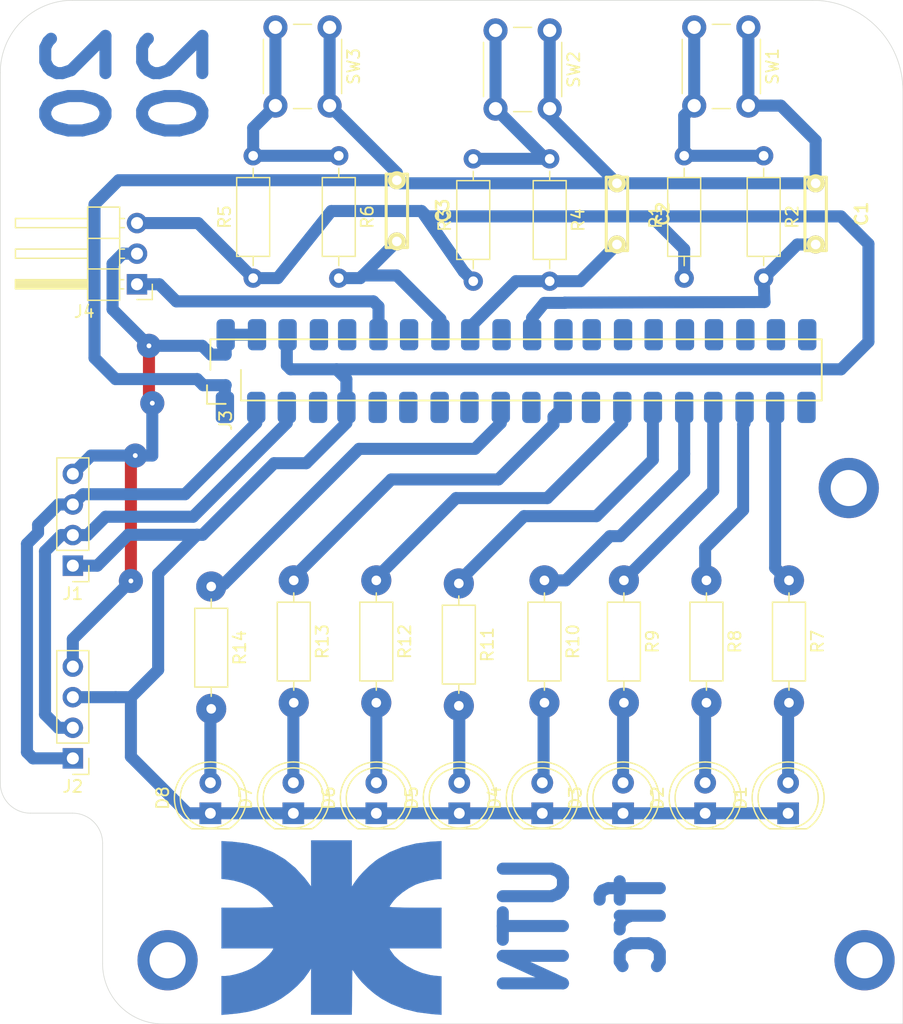
<source format=kicad_pcb>
(kicad_pcb (version 20171130) (host pcbnew 5.1.5-52549c5~84~ubuntu18.04.1)

  (general
    (thickness 1.6)
    (drawings 13)
    (tracks 199)
    (zones 0)
    (modules 33)
    (nets 49)
  )

  (page A4)
  (layers
    (0 F.Cu signal)
    (31 B.Cu signal)
    (32 B.Adhes user)
    (33 F.Adhes user)
    (34 B.Paste user)
    (35 F.Paste user)
    (36 B.SilkS user)
    (37 F.SilkS user)
    (38 B.Mask user)
    (39 F.Mask user)
    (40 Dwgs.User user)
    (41 Cmts.User user)
    (42 Eco1.User user)
    (43 Eco2.User user)
    (44 Edge.Cuts user)
    (45 Margin user)
    (46 B.CrtYd user)
    (47 F.CrtYd user)
    (48 B.Fab user)
    (49 F.Fab user)
  )

  (setup
    (last_trace_width 1)
    (trace_clearance 0.5)
    (zone_clearance 0.508)
    (zone_45_only no)
    (trace_min 0.2)
    (via_size 2)
    (via_drill 0.4)
    (via_min_size 0.4)
    (via_min_drill 0.3)
    (uvia_size 0.3)
    (uvia_drill 0.1)
    (uvias_allowed no)
    (uvia_min_size 0.2)
    (uvia_min_drill 0.1)
    (edge_width 0.05)
    (segment_width 0.2)
    (pcb_text_width 0.3)
    (pcb_text_size 1.5 1.5)
    (mod_edge_width 0.12)
    (mod_text_size 1 1)
    (mod_text_width 0.15)
    (pad_size 1.524 1.524)
    (pad_drill 0.762)
    (pad_to_mask_clearance 0.051)
    (solder_mask_min_width 0.25)
    (aux_axis_origin 75 130)
    (grid_origin 75 130)
    (visible_elements FFFFFF7F)
    (pcbplotparams
      (layerselection 0x01000_fffffffe)
      (usegerberextensions false)
      (usegerberattributes false)
      (usegerberadvancedattributes false)
      (creategerberjobfile false)
      (excludeedgelayer true)
      (linewidth 0.100000)
      (plotframeref false)
      (viasonmask false)
      (mode 1)
      (useauxorigin true)
      (hpglpennumber 1)
      (hpglpenspeed 20)
      (hpglpendiameter 15.000000)
      (psnegative false)
      (psa4output false)
      (plotreference true)
      (plotvalue true)
      (plotinvisibletext false)
      (padsonsilk false)
      (subtractmaskfromsilk false)
      (outputformat 1)
      (mirror false)
      (drillshape 0)
      (scaleselection 1)
      (outputdirectory "gerber/"))
  )

  (net 0 "")
  (net 1 "Net-(D1-Pad2)")
  (net 2 "Net-(D3-Pad2)")
  (net 3 GND)
  (net 4 /SCL)
  (net 5 /SDA)
  (net 6 VCC)
  (net 7 "Net-(J3-Pad8)")
  (net 8 "Net-(J3-Pad10)")
  (net 9 /BOTON_0)
  (net 10 /BOTON_1)
  (net 11 "Net-(J3-Pad21)")
  (net 12 "Net-(J3-Pad28)")
  (net 13 "Net-(J3-Pad36)")
  (net 14 "Net-(J3-Pad38)")
  (net 15 "Net-(J3-Pad40)")
  (net 16 +3V3)
  (net 17 "Net-(J3-Pad13)")
  (net 18 "Net-(J3-Pad11)")
  (net 19 "Net-(J3-Pad15)")
  (net 20 "Net-(J3-Pad7)")
  (net 21 /BOTON_2)
  (net 22 "Net-(D2-Pad2)")
  (net 23 "Net-(D4-Pad2)")
  (net 24 "Net-(D5-Pad2)")
  (net 25 "Net-(D6-Pad2)")
  (net 26 "Net-(D7-Pad2)")
  (net 27 "Net-(D8-Pad2)")
  (net 28 /LED_7)
  (net 29 /LED_6)
  (net 30 "Net-(J3-Pad24)")
  (net 31 "Net-(J3-Pad26)")
  (net 32 /LED_4)
  (net 33 /LED_3)
  (net 34 "Net-(J3-Pad32)")
  (net 35 /LED_2)
  (net 36 /LED_1)
  (net 37 /LED_0)
  (net 38 "Net-(R1-Pad2)")
  (net 39 "Net-(R3-Pad2)")
  (net 40 "Net-(R5-Pad2)")
  (net 41 /LED_5)
  (net 42 "Net-(J3-Pad39)")
  (net 43 "Net-(J3-Pad34)")
  (net 44 "Net-(J3-Pad30)")
  (net 45 "Net-(J3-Pad20)")
  (net 46 "Net-(J3-Pad14)")
  (net 47 "Net-(J3-Pad17)")
  (net 48 /PWM_0)

  (net_class Default "This is the default net class."
    (clearance 0.5)
    (trace_width 1)
    (via_dia 2)
    (via_drill 0.4)
    (uvia_dia 0.3)
    (uvia_drill 0.1)
    (add_net +3V3)
    (add_net /BOTON_0)
    (add_net /BOTON_1)
    (add_net /BOTON_2)
    (add_net /LED_0)
    (add_net /LED_1)
    (add_net /LED_2)
    (add_net /LED_3)
    (add_net /LED_4)
    (add_net /LED_5)
    (add_net /LED_6)
    (add_net /LED_7)
    (add_net /PWM_0)
    (add_net /SCL)
    (add_net /SDA)
    (add_net GND)
    (add_net "Net-(D1-Pad2)")
    (add_net "Net-(D2-Pad2)")
    (add_net "Net-(D3-Pad2)")
    (add_net "Net-(D4-Pad2)")
    (add_net "Net-(D5-Pad2)")
    (add_net "Net-(D6-Pad2)")
    (add_net "Net-(D7-Pad2)")
    (add_net "Net-(D8-Pad2)")
    (add_net "Net-(J3-Pad10)")
    (add_net "Net-(J3-Pad11)")
    (add_net "Net-(J3-Pad13)")
    (add_net "Net-(J3-Pad14)")
    (add_net "Net-(J3-Pad15)")
    (add_net "Net-(J3-Pad17)")
    (add_net "Net-(J3-Pad20)")
    (add_net "Net-(J3-Pad21)")
    (add_net "Net-(J3-Pad24)")
    (add_net "Net-(J3-Pad26)")
    (add_net "Net-(J3-Pad28)")
    (add_net "Net-(J3-Pad30)")
    (add_net "Net-(J3-Pad32)")
    (add_net "Net-(J3-Pad34)")
    (add_net "Net-(J3-Pad36)")
    (add_net "Net-(J3-Pad38)")
    (add_net "Net-(J3-Pad39)")
    (add_net "Net-(J3-Pad40)")
    (add_net "Net-(J3-Pad7)")
    (add_net "Net-(J3-Pad8)")
    (add_net "Net-(R1-Pad2)")
    (add_net "Net-(R3-Pad2)")
    (add_net "Net-(R5-Pad2)")
    (add_net VCC)
  )

  (module lib_fp:Pin_Header_Straight_2x20 locked (layer F.Cu) (tedit 5E679F85) (tstamp 5E1F9079)
    (at 117.856 75.692 90)
    (descr "Through hole pin header")
    (tags "pin header")
    (path /5D1AB696)
    (fp_text reference J3 (at -4.191 -24.13 270) (layer F.SilkS)
      (effects (font (size 1 1) (thickness 0.15)))
    )
    (fp_text value Raspberry_Pi_2_3 (at -1.27 -27.23 90) (layer F.Fab)
      (effects (font (size 1 1) (thickness 0.15)))
    )
    (fp_line (start -3.02 -25.88) (end -3.02 25.92) (layer F.CrtYd) (width 0.05))
    (fp_line (start 3.03 -25.88) (end 3.03 25.92) (layer F.CrtYd) (width 0.05))
    (fp_line (start -3.02 -25.88) (end 3.03 -25.88) (layer F.CrtYd) (width 0.05))
    (fp_line (start -3.02 25.92) (end 3.03 25.92) (layer F.CrtYd) (width 0.05))
    (fp_line (start 2.54 25.4) (end 2.54 -25.4) (layer F.SilkS) (width 0.15))
    (fp_line (start -2.54 -22.86) (end -2.54 25.4) (layer F.SilkS) (width 0.15))
    (fp_line (start 2.54 25.4) (end -2.54 25.4) (layer F.SilkS) (width 0.15))
    (fp_line (start 2.54 -25.4) (end 0 -25.4) (layer F.SilkS) (width 0.15))
    (fp_line (start -1.27 -25.68) (end -2.82 -25.68) (layer F.SilkS) (width 0.15))
    (fp_line (start 0 -22.86) (end -2.54 -22.86) (layer F.SilkS) (width 0.15))
    (fp_line (start -2.82 -25.68) (end -2.82 -24.13) (layer F.SilkS) (width 0.15))
    (pad 17 smd roundrect (at -3.1115 -3.8735 90) (size 2.5908 1.524) (layers B.Cu) (roundrect_rratio 0.25)
      (net 47 "Net-(J3-Pad17)"))
    (pad 39 smd roundrect (at -3.1115 24.13 90) (size 2.5908 1.524) (layers B.Cu) (roundrect_rratio 0.25)
      (net 42 "Net-(J3-Pad39)"))
    (pad 37 smd roundrect (at -3.1115 21.5265 90) (size 2.5908 1.524) (layers B.Cu) (roundrect_rratio 0.25)
      (net 37 /LED_0))
    (pad 33 smd roundrect (at -3.1115 16.383 90) (size 2.5908 1.524) (layers B.Cu) (roundrect_rratio 0.25)
      (net 35 /LED_2))
    (pad 35 smd roundrect (at -3.1115 18.9865 90) (size 2.5908 1.524) (layers B.Cu) (roundrect_rratio 0.25)
      (net 36 /LED_1))
    (pad 27 smd roundrect (at -3.1115 8.8265 90) (size 2.5908 1.524) (layers B.Cu) (roundrect_rratio 0.25)
      (net 41 /LED_5))
    (pad 25 smd roundrect (at -3.1115 6.223 90) (size 2.5908 1.524) (layers B.Cu) (roundrect_rratio 0.25)
      (net 3 GND))
    (pad 19 smd roundrect (at -3.1115 -1.27 90) (size 2.5908 1.524) (layers B.Cu) (roundrect_rratio 0.25)
      (net 28 /LED_7))
    (pad 7 smd roundrect (at -3.1115 -16.4465 90) (size 2.5908 1.524) (layers B.Cu) (roundrect_rratio 0.25)
      (net 20 "Net-(J3-Pad7)"))
    (pad 9 smd roundrect (at -3.1115 -14.097 90) (size 2.5908 1.524) (layers B.Cu) (roundrect_rratio 0.25)
      (net 3 GND))
    (pad 21 smd roundrect (at -3.1115 1.27 90) (size 2.5908 1.524) (layers B.Cu) (roundrect_rratio 0.25)
      (net 11 "Net-(J3-Pad21)"))
    (pad 29 smd roundrect (at -3.1115 11.3665 90) (size 2.5908 1.524) (layers B.Cu) (roundrect_rratio 0.25)
      (net 32 /LED_4))
    (pad 3 smd roundrect (at -3.1115 -21.59 90) (size 2.5908 1.524) (layers B.Cu) (roundrect_rratio 0.25)
      (net 5 /SDA))
    (pad 5 smd roundrect (at -3.1115 -19.05 90) (size 2.5908 1.524) (layers B.Cu) (roundrect_rratio 0.25)
      (net 4 /SCL))
    (pad 15 smd roundrect (at -3.1115 -6.35 90) (size 2.5908 1.524) (layers B.Cu) (roundrect_rratio 0.25)
      (net 19 "Net-(J3-Pad15)"))
    (pad 1 smd roundrect (at -3.1115 -24.1935 90) (size 2.5908 1.524) (layers B.Cu) (roundrect_rratio 0.25)
      (net 16 +3V3))
    (pad 31 smd roundrect (at -3.1115 13.97 90) (size 2.5908 1.524) (layers B.Cu) (roundrect_rratio 0.25)
      (net 33 /LED_3))
    (pad 11 smd roundrect (at -3.1115 -11.4935 90) (size 2.5908 1.524) (layers B.Cu) (roundrect_rratio 0.25)
      (net 18 "Net-(J3-Pad11)"))
    (pad 13 smd roundrect (at -3.1115 -8.9535 90) (size 2.5908 1.524) (layers B.Cu) (roundrect_rratio 0.25)
      (net 17 "Net-(J3-Pad13)"))
    (pad 23 smd roundrect (at -3.1115 3.8735 90) (size 2.5908 1.524) (layers B.Cu) (roundrect_rratio 0.25)
      (net 29 /LED_6))
    (pad 36 smd roundrect (at 2.921 19.05 90) (size 2.5908 1.524) (layers B.Cu) (roundrect_rratio 0.25)
      (net 13 "Net-(J3-Pad36)"))
    (pad 34 smd roundrect (at 2.921 16.4465 90) (size 2.5908 1.524) (layers B.Cu) (roundrect_rratio 0.25)
      (net 43 "Net-(J3-Pad34)"))
    (pad 38 smd roundrect (at 2.921 21.59 90) (size 2.5908 1.524) (layers B.Cu) (roundrect_rratio 0.25)
      (net 14 "Net-(J3-Pad38)"))
    (pad 40 smd roundrect (at 2.921 24.1935 90) (size 2.5908 1.524) (layers B.Cu) (roundrect_rratio 0.25)
      (net 15 "Net-(J3-Pad40)"))
    (pad 24 smd roundrect (at 2.921 3.937 90) (size 2.5908 1.524) (layers B.Cu) (roundrect_rratio 0.25)
      (net 30 "Net-(J3-Pad24)"))
    (pad 26 smd roundrect (at 2.921 6.2865 90) (size 2.5908 1.524) (layers B.Cu) (roundrect_rratio 0.25)
      (net 31 "Net-(J3-Pad26)"))
    (pad 20 smd roundrect (at 2.921 -1.2065 90) (size 2.5908 1.524) (layers B.Cu) (roundrect_rratio 0.25)
      (net 45 "Net-(J3-Pad20)"))
    (pad 22 smd roundrect (at 2.921 1.3335 90) (size 2.5908 1.524) (layers B.Cu) (roundrect_rratio 0.25)
      (net 9 /BOTON_0))
    (pad 32 smd roundrect (at 2.921 14.0335 90) (size 2.5908 1.524) (layers B.Cu) (roundrect_rratio 0.25)
      (net 34 "Net-(J3-Pad32)"))
    (pad 18 smd roundrect (at 2.921 -3.81 90) (size 2.5908 1.524) (layers B.Cu) (roundrect_rratio 0.25)
      (net 10 /BOTON_1))
    (pad 28 smd roundrect (at 2.921 8.89 90) (size 2.5908 1.524) (layers B.Cu) (roundrect_rratio 0.25)
      (net 12 "Net-(J3-Pad28)"))
    (pad 30 smd roundrect (at 2.921 11.43 90) (size 2.5908 1.524) (layers B.Cu) (roundrect_rratio 0.25)
      (net 44 "Net-(J3-Pad30)"))
    (pad 10 smd roundrect (at 2.921 -14.0335 90) (size 2.5908 1.524) (layers B.Cu) (roundrect_rratio 0.25)
      (net 8 "Net-(J3-Pad10)"))
    (pad 14 smd roundrect (at 2.921 -8.89 90) (size 2.5908 1.524) (layers B.Cu) (roundrect_rratio 0.25)
      (net 46 "Net-(J3-Pad14)"))
    (pad 12 smd roundrect (at 2.921 -11.43 90) (size 2.5908 1.524) (layers B.Cu) (roundrect_rratio 0.25)
      (net 48 /PWM_0))
    (pad 16 smd roundrect (at 2.921 -6.2865 90) (size 2.5908 1.524) (layers B.Cu) (roundrect_rratio 0.25)
      (net 21 /BOTON_2))
    (pad 6 smd roundrect (at 2.921 -18.9865 90) (size 2.5908 1.524) (layers B.Cu) (roundrect_rratio 0.25)
      (net 3 GND))
    (pad 8 smd roundrect (at 2.921 -16.383 90) (size 2.5908 1.524) (layers B.Cu) (roundrect_rratio 0.25)
      (net 7 "Net-(J3-Pad8)"))
    (pad 4 smd roundrect (at 2.921 -21.5265 90) (size 2.5908 1.524) (layers B.Cu) (roundrect_rratio 0.25)
      (net 6 VCC))
    (pad 2 smd roundrect (at 2.921 -24.13 90) (size 2.5908 1.524) (layers B.Cu) (roundrect_rratio 0.25)
      (net 6 VCC))
    (model Pin_Headers.3dshapes/Pin_Header_Straight_2x20.wrl
      (offset (xyz 1.269999980926514 -24.12999963760376 0))
      (scale (xyz 1 1 1))
      (rotate (xyz 0 0 90))
    )
  )

  (module lib_fp:rasp (layer F.Cu) (tedit 0) (tstamp 5E55E424)
    (at 103.702 122.126 90)
    (fp_text reference G*** (at 0 0 90) (layer B.Cu) hide
      (effects (font (size 1.524 1.524) (thickness 0.3)))
    )
    (fp_text value LOGO (at 0.75 0 90) (layer B.Cu) hide
      (effects (font (size 1.524 1.524) (thickness 0.3)))
    )
    (fp_poly (pts (xy -3.894667 -10.004211) (xy -3.855383 -9.606987) (xy -3.748281 -9.118209) (xy -3.589489 -8.593384)
      (xy -3.395134 -8.088021) (xy -3.247872 -7.778059) (xy -3.03682 -7.433394) (xy -2.759561 -7.05924)
      (xy -2.450697 -6.6953) (xy -2.14483 -6.381279) (xy -1.876565 -6.156881) (xy -1.785368 -6.099944)
      (xy -1.608667 -6.005376) (xy -1.608667 -10.329334) (xy 1.778 -10.329334) (xy 1.778 -8.170334)
      (xy 1.781036 -7.512391) (xy 1.789769 -6.954603) (xy 1.803634 -6.512231) (xy 1.822066 -6.200539)
      (xy 1.844502 -6.03479) (xy 1.85784 -6.011334) (xy 1.980016 -6.071801) (xy 2.180839 -6.233662)
      (xy 2.431302 -6.4676) (xy 2.702397 -6.744303) (xy 2.965116 -7.034455) (xy 3.190452 -7.308744)
      (xy 3.317438 -7.486362) (xy 3.597051 -8.007433) (xy 3.839669 -8.62974) (xy 4.022192 -9.285755)
      (xy 4.111489 -9.807408) (xy 4.170538 -10.329334) (xy 7.306701 -10.329334) (xy 7.256558 -9.419167)
      (xy 7.112156 -8.221657) (xy 6.817467 -7.089294) (xy 6.37749 -6.03165) (xy 5.797224 -5.058295)
      (xy 5.081666 -4.178801) (xy 4.235815 -3.402739) (xy 4.033519 -3.247417) (xy 3.537371 -2.878667)
      (xy 7.366 -2.878667) (xy 7.366 0.508) (xy 3.526968 0.508) (xy 3.943651 0.782429)
      (xy 4.348405 1.090067) (xy 4.795074 1.496679) (xy 5.2382 1.956184) (xy 5.632327 2.422502)
      (xy 5.836511 2.701251) (xy 6.391397 3.663983) (xy 6.818411 4.720534) (xy 7.108928 5.844495)
      (xy 7.254322 7.009459) (xy 7.256558 7.0485) (xy 7.306701 7.958666) (xy 4.148666 7.958666)
      (xy 4.148666 7.74343) (xy 4.121392 7.444317) (xy 4.048889 7.045035) (xy 3.945137 6.604059)
      (xy 3.824115 6.179866) (xy 3.699804 5.83093) (xy 3.68089 5.786774) (xy 3.392045 5.237623)
      (xy 3.028393 4.702592) (xy 2.63081 4.237093) (xy 2.343263 3.973523) (xy 2.114401 3.799957)
      (xy 1.934839 3.679537) (xy 1.851606 3.640666) (xy 1.831676 3.721589) (xy 1.813793 3.949395)
      (xy 1.798725 4.301637) (xy 1.787234 4.755868) (xy 1.780088 5.289643) (xy 1.778 5.799666)
      (xy 1.778 7.958666) (xy -1.608667 7.958666) (xy -1.608667 3.634708) (xy -1.785491 3.729342)
      (xy -2.228136 4.046416) (xy -2.654429 4.499806) (xy -3.04556 5.056509) (xy -3.382722 5.683525)
      (xy -3.647106 6.347854) (xy -3.819903 7.016494) (xy -3.87023 7.387166) (xy -3.919227 7.958666)
      (xy -7.120834 7.958666) (xy -7.066019 7.217833) (xy -6.907757 5.964003) (xy -6.624768 4.817245)
      (xy -6.213726 3.766584) (xy -5.779618 2.970386) (xy -5.382355 2.403874) (xy -4.907755 1.841552)
      (xy -4.400816 1.331993) (xy -3.906539 0.923771) (xy -3.840376 0.877103) (xy -3.365773 0.550333)
      (xy -5.238887 0.527546) (xy -7.112 0.50476) (xy -7.112 -2.878667) (xy -5.185834 -2.878984)
      (xy -3.259667 -2.8793) (xy -3.556 -3.059904) (xy -4.136665 -3.481609) (xy -4.720952 -4.02911)
      (xy -5.274225 -4.663251) (xy -5.761851 -5.344873) (xy -6.101706 -5.938015) (xy -6.4336 -6.666272)
      (xy -6.687035 -7.389668) (xy -6.874031 -8.154436) (xy -7.006609 -9.006807) (xy -7.072888 -9.673167)
      (xy -7.126448 -10.329334) (xy -3.894667 -10.329334) (xy -3.894667 -10.004211)) (layer B.Cu) (width 0.01))
  )

  (module Button_Switch_THT:SW_PUSH_6mm (layer F.Cu) (tedit 5A02FE31) (tstamp 5E1F9218)
    (at 102.362 47.244 270)
    (descr https://www.omron.com/ecb/products/pdf/en-b3f.pdf)
    (tags "tact sw push 6mm")
    (path /5E2DAB4E)
    (fp_text reference SW3 (at 3.25 -2 90) (layer F.SilkS)
      (effects (font (size 1 1) (thickness 0.15)))
    )
    (fp_text value SW_Push (at 3.75 6.7 90) (layer F.Fab)
      (effects (font (size 1 1) (thickness 0.15)))
    )
    (fp_circle (center 3.25 2.25) (end 1.25 2.5) (layer F.Fab) (width 0.1))
    (fp_line (start 6.75 3) (end 6.75 1.5) (layer F.SilkS) (width 0.12))
    (fp_line (start 5.5 -1) (end 1 -1) (layer F.SilkS) (width 0.12))
    (fp_line (start -0.25 1.5) (end -0.25 3) (layer F.SilkS) (width 0.12))
    (fp_line (start 1 5.5) (end 5.5 5.5) (layer F.SilkS) (width 0.12))
    (fp_line (start 8 -1.25) (end 8 5.75) (layer F.CrtYd) (width 0.05))
    (fp_line (start 7.75 6) (end -1.25 6) (layer F.CrtYd) (width 0.05))
    (fp_line (start -1.5 5.75) (end -1.5 -1.25) (layer F.CrtYd) (width 0.05))
    (fp_line (start -1.25 -1.5) (end 7.75 -1.5) (layer F.CrtYd) (width 0.05))
    (fp_line (start -1.5 6) (end -1.25 6) (layer F.CrtYd) (width 0.05))
    (fp_line (start -1.5 5.75) (end -1.5 6) (layer F.CrtYd) (width 0.05))
    (fp_line (start -1.5 -1.5) (end -1.25 -1.5) (layer F.CrtYd) (width 0.05))
    (fp_line (start -1.5 -1.25) (end -1.5 -1.5) (layer F.CrtYd) (width 0.05))
    (fp_line (start 8 -1.5) (end 8 -1.25) (layer F.CrtYd) (width 0.05))
    (fp_line (start 7.75 -1.5) (end 8 -1.5) (layer F.CrtYd) (width 0.05))
    (fp_line (start 8 6) (end 8 5.75) (layer F.CrtYd) (width 0.05))
    (fp_line (start 7.75 6) (end 8 6) (layer F.CrtYd) (width 0.05))
    (fp_line (start 0.25 -0.75) (end 3.25 -0.75) (layer F.Fab) (width 0.1))
    (fp_line (start 0.25 5.25) (end 0.25 -0.75) (layer F.Fab) (width 0.1))
    (fp_line (start 6.25 5.25) (end 0.25 5.25) (layer F.Fab) (width 0.1))
    (fp_line (start 6.25 -0.75) (end 6.25 5.25) (layer F.Fab) (width 0.1))
    (fp_line (start 3.25 -0.75) (end 6.25 -0.75) (layer F.Fab) (width 0.1))
    (fp_text user %R (at 3.25 2.25 90) (layer F.Fab)
      (effects (font (size 1 1) (thickness 0.15)))
    )
    (pad 1 thru_hole circle (at 6.5 0) (size 2 2) (drill 1.1) (layers *.Cu *.Mask)
      (net 16 +3V3))
    (pad 2 thru_hole circle (at 6.5 4.5) (size 2 2) (drill 1.1) (layers *.Cu *.Mask)
      (net 40 "Net-(R5-Pad2)"))
    (pad 1 thru_hole circle (at 0 0) (size 2 2) (drill 1.1) (layers *.Cu *.Mask)
      (net 16 +3V3))
    (pad 2 thru_hole circle (at 0 4.5) (size 2 2) (drill 1.1) (layers *.Cu *.Mask)
      (net 40 "Net-(R5-Pad2)"))
    (model ${KISYS3DMOD}/Button_Switch_THT.3dshapes/SW_PUSH_6mm.wrl
      (at (xyz 0 0 0))
      (scale (xyz 1 1 1))
      (rotate (xyz 0 0 0))
    )
  )

  (module Button_Switch_THT:SW_PUSH_6mm (layer F.Cu) (tedit 5A02FE31) (tstamp 5E1F91F9)
    (at 120.65 47.498 270)
    (descr https://www.omron.com/ecb/products/pdf/en-b3f.pdf)
    (tags "tact sw push 6mm")
    (path /5E2D59D6)
    (fp_text reference SW2 (at 3.25 -2 90) (layer F.SilkS)
      (effects (font (size 1 1) (thickness 0.15)))
    )
    (fp_text value SW_Push (at 3.75 6.7 90) (layer F.Fab)
      (effects (font (size 1 1) (thickness 0.15)))
    )
    (fp_circle (center 3.25 2.25) (end 1.25 2.5) (layer F.Fab) (width 0.1))
    (fp_line (start 6.75 3) (end 6.75 1.5) (layer F.SilkS) (width 0.12))
    (fp_line (start 5.5 -1) (end 1 -1) (layer F.SilkS) (width 0.12))
    (fp_line (start -0.25 1.5) (end -0.25 3) (layer F.SilkS) (width 0.12))
    (fp_line (start 1 5.5) (end 5.5 5.5) (layer F.SilkS) (width 0.12))
    (fp_line (start 8 -1.25) (end 8 5.75) (layer F.CrtYd) (width 0.05))
    (fp_line (start 7.75 6) (end -1.25 6) (layer F.CrtYd) (width 0.05))
    (fp_line (start -1.5 5.75) (end -1.5 -1.25) (layer F.CrtYd) (width 0.05))
    (fp_line (start -1.25 -1.5) (end 7.75 -1.5) (layer F.CrtYd) (width 0.05))
    (fp_line (start -1.5 6) (end -1.25 6) (layer F.CrtYd) (width 0.05))
    (fp_line (start -1.5 5.75) (end -1.5 6) (layer F.CrtYd) (width 0.05))
    (fp_line (start -1.5 -1.5) (end -1.25 -1.5) (layer F.CrtYd) (width 0.05))
    (fp_line (start -1.5 -1.25) (end -1.5 -1.5) (layer F.CrtYd) (width 0.05))
    (fp_line (start 8 -1.5) (end 8 -1.25) (layer F.CrtYd) (width 0.05))
    (fp_line (start 7.75 -1.5) (end 8 -1.5) (layer F.CrtYd) (width 0.05))
    (fp_line (start 8 6) (end 8 5.75) (layer F.CrtYd) (width 0.05))
    (fp_line (start 7.75 6) (end 8 6) (layer F.CrtYd) (width 0.05))
    (fp_line (start 0.25 -0.75) (end 3.25 -0.75) (layer F.Fab) (width 0.1))
    (fp_line (start 0.25 5.25) (end 0.25 -0.75) (layer F.Fab) (width 0.1))
    (fp_line (start 6.25 5.25) (end 0.25 5.25) (layer F.Fab) (width 0.1))
    (fp_line (start 6.25 -0.75) (end 6.25 5.25) (layer F.Fab) (width 0.1))
    (fp_line (start 3.25 -0.75) (end 6.25 -0.75) (layer F.Fab) (width 0.1))
    (fp_text user %R (at 3.25 2.25 90) (layer F.Fab)
      (effects (font (size 1 1) (thickness 0.15)))
    )
    (pad 1 thru_hole circle (at 6.5 0) (size 2 2) (drill 1.1) (layers *.Cu *.Mask)
      (net 16 +3V3))
    (pad 2 thru_hole circle (at 6.5 4.5) (size 2 2) (drill 1.1) (layers *.Cu *.Mask)
      (net 39 "Net-(R3-Pad2)"))
    (pad 1 thru_hole circle (at 0 0) (size 2 2) (drill 1.1) (layers *.Cu *.Mask)
      (net 16 +3V3))
    (pad 2 thru_hole circle (at 0 4.5) (size 2 2) (drill 1.1) (layers *.Cu *.Mask)
      (net 39 "Net-(R3-Pad2)"))
    (model ${KISYS3DMOD}/Button_Switch_THT.3dshapes/SW_PUSH_6mm.wrl
      (at (xyz 0 0 0))
      (scale (xyz 1 1 1))
      (rotate (xyz 0 0 0))
    )
  )

  (module Button_Switch_THT:SW_PUSH_6mm (layer F.Cu) (tedit 5A02FE31) (tstamp 5E1F91DA)
    (at 137.16 47.244 270)
    (descr https://www.omron.com/ecb/products/pdf/en-b3f.pdf)
    (tags "tact sw push 6mm")
    (path /5D1B5BB4)
    (fp_text reference SW1 (at 3.25 -2 90) (layer F.SilkS)
      (effects (font (size 1 1) (thickness 0.15)))
    )
    (fp_text value SW_Push (at 3.75 6.7 90) (layer F.Fab)
      (effects (font (size 1 1) (thickness 0.15)))
    )
    (fp_circle (center 3.25 2.25) (end 1.25 2.5) (layer F.Fab) (width 0.1))
    (fp_line (start 6.75 3) (end 6.75 1.5) (layer F.SilkS) (width 0.12))
    (fp_line (start 5.5 -1) (end 1 -1) (layer F.SilkS) (width 0.12))
    (fp_line (start -0.25 1.5) (end -0.25 3) (layer F.SilkS) (width 0.12))
    (fp_line (start 1 5.5) (end 5.5 5.5) (layer F.SilkS) (width 0.12))
    (fp_line (start 8 -1.25) (end 8 5.75) (layer F.CrtYd) (width 0.05))
    (fp_line (start 7.75 6) (end -1.25 6) (layer F.CrtYd) (width 0.05))
    (fp_line (start -1.5 5.75) (end -1.5 -1.25) (layer F.CrtYd) (width 0.05))
    (fp_line (start -1.25 -1.5) (end 7.75 -1.5) (layer F.CrtYd) (width 0.05))
    (fp_line (start -1.5 6) (end -1.25 6) (layer F.CrtYd) (width 0.05))
    (fp_line (start -1.5 5.75) (end -1.5 6) (layer F.CrtYd) (width 0.05))
    (fp_line (start -1.5 -1.5) (end -1.25 -1.5) (layer F.CrtYd) (width 0.05))
    (fp_line (start -1.5 -1.25) (end -1.5 -1.5) (layer F.CrtYd) (width 0.05))
    (fp_line (start 8 -1.5) (end 8 -1.25) (layer F.CrtYd) (width 0.05))
    (fp_line (start 7.75 -1.5) (end 8 -1.5) (layer F.CrtYd) (width 0.05))
    (fp_line (start 8 6) (end 8 5.75) (layer F.CrtYd) (width 0.05))
    (fp_line (start 7.75 6) (end 8 6) (layer F.CrtYd) (width 0.05))
    (fp_line (start 0.25 -0.75) (end 3.25 -0.75) (layer F.Fab) (width 0.1))
    (fp_line (start 0.25 5.25) (end 0.25 -0.75) (layer F.Fab) (width 0.1))
    (fp_line (start 6.25 5.25) (end 0.25 5.25) (layer F.Fab) (width 0.1))
    (fp_line (start 6.25 -0.75) (end 6.25 5.25) (layer F.Fab) (width 0.1))
    (fp_line (start 3.25 -0.75) (end 6.25 -0.75) (layer F.Fab) (width 0.1))
    (fp_text user %R (at 3.048 2.25 90) (layer F.Fab)
      (effects (font (size 1 1) (thickness 0.15)))
    )
    (pad 1 thru_hole circle (at 6.5 0) (size 2 2) (drill 1.1) (layers *.Cu *.Mask)
      (net 16 +3V3))
    (pad 2 thru_hole circle (at 6.5 4.5) (size 2 2) (drill 1.1) (layers *.Cu *.Mask)
      (net 38 "Net-(R1-Pad2)"))
    (pad 1 thru_hole circle (at 0 0) (size 2 2) (drill 1.1) (layers *.Cu *.Mask)
      (net 16 +3V3))
    (pad 2 thru_hole circle (at 0 4.5) (size 2 2) (drill 1.1) (layers *.Cu *.Mask)
      (net 38 "Net-(R1-Pad2)"))
    (model ${KISYS3DMOD}/Button_Switch_THT.3dshapes/SW_PUSH_6mm.wrl
      (at (xyz 0 0 0))
      (scale (xyz 1 1 1))
      (rotate (xyz 0 0 0))
    )
  )

  (module Resistor_THT:R_Axial_DIN0207_L6.3mm_D2.5mm_P10.16mm_Horizontal (layer F.Cu) (tedit 5AE5139B) (tstamp 5E1F9103)
    (at 103.124 57.912 270)
    (descr "Resistor, Axial_DIN0207 series, Axial, Horizontal, pin pitch=10.16mm, 0.25W = 1/4W, length*diameter=6.3*2.5mm^2, http://cdn-reichelt.de/documents/datenblatt/B400/1_4W%23YAG.pdf")
    (tags "Resistor Axial_DIN0207 series Axial Horizontal pin pitch 10.16mm 0.25W = 1/4W length 6.3mm diameter 2.5mm")
    (path /5E2DAB5C)
    (fp_text reference R6 (at 5.08 -2.37 90) (layer F.SilkS)
      (effects (font (size 1 1) (thickness 0.15)))
    )
    (fp_text value 10k (at 5.08 2.37 90) (layer F.Fab)
      (effects (font (size 1 1) (thickness 0.15)))
    )
    (fp_text user %R (at 5.08 0 90) (layer F.Fab)
      (effects (font (size 1 1) (thickness 0.15)))
    )
    (fp_line (start 11.21 -1.5) (end -1.05 -1.5) (layer F.CrtYd) (width 0.05))
    (fp_line (start 11.21 1.5) (end 11.21 -1.5) (layer F.CrtYd) (width 0.05))
    (fp_line (start -1.05 1.5) (end 11.21 1.5) (layer F.CrtYd) (width 0.05))
    (fp_line (start -1.05 -1.5) (end -1.05 1.5) (layer F.CrtYd) (width 0.05))
    (fp_line (start 9.12 0) (end 8.35 0) (layer F.SilkS) (width 0.12))
    (fp_line (start 1.04 0) (end 1.81 0) (layer F.SilkS) (width 0.12))
    (fp_line (start 8.35 -1.37) (end 1.81 -1.37) (layer F.SilkS) (width 0.12))
    (fp_line (start 8.35 1.37) (end 8.35 -1.37) (layer F.SilkS) (width 0.12))
    (fp_line (start 1.81 1.37) (end 8.35 1.37) (layer F.SilkS) (width 0.12))
    (fp_line (start 1.81 -1.37) (end 1.81 1.37) (layer F.SilkS) (width 0.12))
    (fp_line (start 10.16 0) (end 8.23 0) (layer F.Fab) (width 0.1))
    (fp_line (start 0 0) (end 1.93 0) (layer F.Fab) (width 0.1))
    (fp_line (start 8.23 -1.25) (end 1.93 -1.25) (layer F.Fab) (width 0.1))
    (fp_line (start 8.23 1.25) (end 8.23 -1.25) (layer F.Fab) (width 0.1))
    (fp_line (start 1.93 1.25) (end 8.23 1.25) (layer F.Fab) (width 0.1))
    (fp_line (start 1.93 -1.25) (end 1.93 1.25) (layer F.Fab) (width 0.1))
    (pad 2 thru_hole oval (at 10.16 0 270) (size 1.6 1.6) (drill 0.8) (layers *.Cu *.Mask)
      (net 21 /BOTON_2))
    (pad 1 thru_hole circle (at 0 0 270) (size 1.6 1.6) (drill 0.8) (layers *.Cu *.Mask)
      (net 40 "Net-(R5-Pad2)"))
    (model ${KISYS3DMOD}/Resistor_THT.3dshapes/R_Axial_DIN0207_L6.3mm_D2.5mm_P10.16mm_Horizontal.wrl
      (at (xyz 0 0 0))
      (scale (xyz 1 1 1))
      (rotate (xyz 0 0 0))
    )
  )

  (module Resistor_THT:R_Axial_DIN0207_L6.3mm_D2.5mm_P10.16mm_Horizontal (layer F.Cu) (tedit 5AE5139B) (tstamp 5E1F90EC)
    (at 96.012 68.072 90)
    (descr "Resistor, Axial_DIN0207 series, Axial, Horizontal, pin pitch=10.16mm, 0.25W = 1/4W, length*diameter=6.3*2.5mm^2, http://cdn-reichelt.de/documents/datenblatt/B400/1_4W%23YAG.pdf")
    (tags "Resistor Axial_DIN0207 series Axial Horizontal pin pitch 10.16mm 0.25W = 1/4W length 6.3mm diameter 2.5mm")
    (path /5E2DAB62)
    (fp_text reference R5 (at 5.08 -2.37 90) (layer F.SilkS)
      (effects (font (size 1 1) (thickness 0.15)))
    )
    (fp_text value 100k (at 5.08 2.37 90) (layer F.Fab)
      (effects (font (size 1 1) (thickness 0.15)))
    )
    (fp_text user %R (at 5.08 0 90) (layer F.Fab)
      (effects (font (size 1 1) (thickness 0.15)))
    )
    (fp_line (start 11.21 -1.5) (end -1.05 -1.5) (layer F.CrtYd) (width 0.05))
    (fp_line (start 11.21 1.5) (end 11.21 -1.5) (layer F.CrtYd) (width 0.05))
    (fp_line (start -1.05 1.5) (end 11.21 1.5) (layer F.CrtYd) (width 0.05))
    (fp_line (start -1.05 -1.5) (end -1.05 1.5) (layer F.CrtYd) (width 0.05))
    (fp_line (start 9.12 0) (end 8.35 0) (layer F.SilkS) (width 0.12))
    (fp_line (start 1.04 0) (end 1.81 0) (layer F.SilkS) (width 0.12))
    (fp_line (start 8.35 -1.37) (end 1.81 -1.37) (layer F.SilkS) (width 0.12))
    (fp_line (start 8.35 1.37) (end 8.35 -1.37) (layer F.SilkS) (width 0.12))
    (fp_line (start 1.81 1.37) (end 8.35 1.37) (layer F.SilkS) (width 0.12))
    (fp_line (start 1.81 -1.37) (end 1.81 1.37) (layer F.SilkS) (width 0.12))
    (fp_line (start 10.16 0) (end 8.23 0) (layer F.Fab) (width 0.1))
    (fp_line (start 0 0) (end 1.93 0) (layer F.Fab) (width 0.1))
    (fp_line (start 8.23 -1.25) (end 1.93 -1.25) (layer F.Fab) (width 0.1))
    (fp_line (start 8.23 1.25) (end 8.23 -1.25) (layer F.Fab) (width 0.1))
    (fp_line (start 1.93 1.25) (end 8.23 1.25) (layer F.Fab) (width 0.1))
    (fp_line (start 1.93 -1.25) (end 1.93 1.25) (layer F.Fab) (width 0.1))
    (pad 2 thru_hole oval (at 10.16 0 90) (size 1.6 1.6) (drill 0.8) (layers *.Cu *.Mask)
      (net 40 "Net-(R5-Pad2)"))
    (pad 1 thru_hole circle (at 0 0 90) (size 1.6 1.6) (drill 0.8) (layers *.Cu *.Mask)
      (net 3 GND))
    (model ${KISYS3DMOD}/Resistor_THT.3dshapes/R_Axial_DIN0207_L6.3mm_D2.5mm_P10.16mm_Horizontal.wrl
      (at (xyz 0 0 0))
      (scale (xyz 1 1 1))
      (rotate (xyz 0 0 0))
    )
  )

  (module Resistor_THT:R_Axial_DIN0207_L6.3mm_D2.5mm_P10.16mm_Horizontal (layer F.Cu) (tedit 5AE5139B) (tstamp 5E1F90D5)
    (at 120.65 58.166 270)
    (descr "Resistor, Axial_DIN0207 series, Axial, Horizontal, pin pitch=10.16mm, 0.25W = 1/4W, length*diameter=6.3*2.5mm^2, http://cdn-reichelt.de/documents/datenblatt/B400/1_4W%23YAG.pdf")
    (tags "Resistor Axial_DIN0207 series Axial Horizontal pin pitch 10.16mm 0.25W = 1/4W length 6.3mm diameter 2.5mm")
    (path /5E2D59E4)
    (fp_text reference R4 (at 5.08 -2.37 90) (layer F.SilkS)
      (effects (font (size 1 1) (thickness 0.15)))
    )
    (fp_text value 10k (at 5.08 2.37 90) (layer F.Fab)
      (effects (font (size 1 1) (thickness 0.15)))
    )
    (fp_text user %R (at 5.08 0 90) (layer F.Fab)
      (effects (font (size 1 1) (thickness 0.15)))
    )
    (fp_line (start 11.21 -1.5) (end -1.05 -1.5) (layer F.CrtYd) (width 0.05))
    (fp_line (start 11.21 1.5) (end 11.21 -1.5) (layer F.CrtYd) (width 0.05))
    (fp_line (start -1.05 1.5) (end 11.21 1.5) (layer F.CrtYd) (width 0.05))
    (fp_line (start -1.05 -1.5) (end -1.05 1.5) (layer F.CrtYd) (width 0.05))
    (fp_line (start 9.12 0) (end 8.35 0) (layer F.SilkS) (width 0.12))
    (fp_line (start 1.04 0) (end 1.81 0) (layer F.SilkS) (width 0.12))
    (fp_line (start 8.35 -1.37) (end 1.81 -1.37) (layer F.SilkS) (width 0.12))
    (fp_line (start 8.35 1.37) (end 8.35 -1.37) (layer F.SilkS) (width 0.12))
    (fp_line (start 1.81 1.37) (end 8.35 1.37) (layer F.SilkS) (width 0.12))
    (fp_line (start 1.81 -1.37) (end 1.81 1.37) (layer F.SilkS) (width 0.12))
    (fp_line (start 10.16 0) (end 8.23 0) (layer F.Fab) (width 0.1))
    (fp_line (start 0 0) (end 1.93 0) (layer F.Fab) (width 0.1))
    (fp_line (start 8.23 -1.25) (end 1.93 -1.25) (layer F.Fab) (width 0.1))
    (fp_line (start 8.23 1.25) (end 8.23 -1.25) (layer F.Fab) (width 0.1))
    (fp_line (start 1.93 1.25) (end 8.23 1.25) (layer F.Fab) (width 0.1))
    (fp_line (start 1.93 -1.25) (end 1.93 1.25) (layer F.Fab) (width 0.1))
    (pad 2 thru_hole oval (at 10.16 0 270) (size 1.6 1.6) (drill 0.8) (layers *.Cu *.Mask)
      (net 10 /BOTON_1))
    (pad 1 thru_hole circle (at 0 0 270) (size 1.6 1.6) (drill 0.8) (layers *.Cu *.Mask)
      (net 39 "Net-(R3-Pad2)"))
    (model ${KISYS3DMOD}/Resistor_THT.3dshapes/R_Axial_DIN0207_L6.3mm_D2.5mm_P10.16mm_Horizontal.wrl
      (at (xyz 0 0 0))
      (scale (xyz 1 1 1))
      (rotate (xyz 0 0 0))
    )
  )

  (module Resistor_THT:R_Axial_DIN0207_L6.3mm_D2.5mm_P10.16mm_Horizontal (layer F.Cu) (tedit 5AE5139B) (tstamp 5E1F90BE)
    (at 114.3 68.326 90)
    (descr "Resistor, Axial_DIN0207 series, Axial, Horizontal, pin pitch=10.16mm, 0.25W = 1/4W, length*diameter=6.3*2.5mm^2, http://cdn-reichelt.de/documents/datenblatt/B400/1_4W%23YAG.pdf")
    (tags "Resistor Axial_DIN0207 series Axial Horizontal pin pitch 10.16mm 0.25W = 1/4W length 6.3mm diameter 2.5mm")
    (path /5E2D59EA)
    (fp_text reference R3 (at 5.08 -2.37 90) (layer F.SilkS)
      (effects (font (size 1 1) (thickness 0.15)))
    )
    (fp_text value 100k (at 5.08 2.37 90) (layer F.Fab)
      (effects (font (size 1 1) (thickness 0.15)))
    )
    (fp_text user %R (at 5.08 0 90) (layer F.Fab)
      (effects (font (size 1 1) (thickness 0.15)))
    )
    (fp_line (start 11.21 -1.5) (end -1.05 -1.5) (layer F.CrtYd) (width 0.05))
    (fp_line (start 11.21 1.5) (end 11.21 -1.5) (layer F.CrtYd) (width 0.05))
    (fp_line (start -1.05 1.5) (end 11.21 1.5) (layer F.CrtYd) (width 0.05))
    (fp_line (start -1.05 -1.5) (end -1.05 1.5) (layer F.CrtYd) (width 0.05))
    (fp_line (start 9.12 0) (end 8.35 0) (layer F.SilkS) (width 0.12))
    (fp_line (start 1.04 0) (end 1.81 0) (layer F.SilkS) (width 0.12))
    (fp_line (start 8.35 -1.37) (end 1.81 -1.37) (layer F.SilkS) (width 0.12))
    (fp_line (start 8.35 1.37) (end 8.35 -1.37) (layer F.SilkS) (width 0.12))
    (fp_line (start 1.81 1.37) (end 8.35 1.37) (layer F.SilkS) (width 0.12))
    (fp_line (start 1.81 -1.37) (end 1.81 1.37) (layer F.SilkS) (width 0.12))
    (fp_line (start 10.16 0) (end 8.23 0) (layer F.Fab) (width 0.1))
    (fp_line (start 0 0) (end 1.93 0) (layer F.Fab) (width 0.1))
    (fp_line (start 8.23 -1.25) (end 1.93 -1.25) (layer F.Fab) (width 0.1))
    (fp_line (start 8.23 1.25) (end 8.23 -1.25) (layer F.Fab) (width 0.1))
    (fp_line (start 1.93 1.25) (end 8.23 1.25) (layer F.Fab) (width 0.1))
    (fp_line (start 1.93 -1.25) (end 1.93 1.25) (layer F.Fab) (width 0.1))
    (pad 2 thru_hole oval (at 10.16 0 90) (size 1.6 1.6) (drill 0.8) (layers *.Cu *.Mask)
      (net 39 "Net-(R3-Pad2)"))
    (pad 1 thru_hole circle (at 0 0 90) (size 1.6 1.6) (drill 0.8) (layers *.Cu *.Mask)
      (net 3 GND))
    (model ${KISYS3DMOD}/Resistor_THT.3dshapes/R_Axial_DIN0207_L6.3mm_D2.5mm_P10.16mm_Horizontal.wrl
      (at (xyz 0 0 0))
      (scale (xyz 1 1 1))
      (rotate (xyz 0 0 0))
    )
  )

  (module Resistor_THT:R_Axial_DIN0207_L6.3mm_D2.5mm_P10.16mm_Horizontal (layer F.Cu) (tedit 5AE5139B) (tstamp 5E1F90A7)
    (at 138.43 57.912 270)
    (descr "Resistor, Axial_DIN0207 series, Axial, Horizontal, pin pitch=10.16mm, 0.25W = 1/4W, length*diameter=6.3*2.5mm^2, http://cdn-reichelt.de/documents/datenblatt/B400/1_4W%23YAG.pdf")
    (tags "Resistor Axial_DIN0207 series Axial Horizontal pin pitch 10.16mm 0.25W = 1/4W length 6.3mm diameter 2.5mm")
    (path /5E2A6A3C)
    (fp_text reference R2 (at 5.08 -2.37 90) (layer F.SilkS)
      (effects (font (size 1 1) (thickness 0.15)))
    )
    (fp_text value 10k (at 5.08 2.37 90) (layer F.Fab)
      (effects (font (size 1 1) (thickness 0.15)))
    )
    (fp_text user %R (at 5.588 0.254 90) (layer F.Fab)
      (effects (font (size 1 1) (thickness 0.15)))
    )
    (fp_line (start 11.21 -1.5) (end -1.05 -1.5) (layer F.CrtYd) (width 0.05))
    (fp_line (start 11.21 1.5) (end 11.21 -1.5) (layer F.CrtYd) (width 0.05))
    (fp_line (start -1.05 1.5) (end 11.21 1.5) (layer F.CrtYd) (width 0.05))
    (fp_line (start -1.05 -1.5) (end -1.05 1.5) (layer F.CrtYd) (width 0.05))
    (fp_line (start 9.12 0) (end 8.35 0) (layer F.SilkS) (width 0.12))
    (fp_line (start 1.04 0) (end 1.81 0) (layer F.SilkS) (width 0.12))
    (fp_line (start 8.35 -1.37) (end 1.81 -1.37) (layer F.SilkS) (width 0.12))
    (fp_line (start 8.35 1.37) (end 8.35 -1.37) (layer F.SilkS) (width 0.12))
    (fp_line (start 1.81 1.37) (end 8.35 1.37) (layer F.SilkS) (width 0.12))
    (fp_line (start 1.81 -1.37) (end 1.81 1.37) (layer F.SilkS) (width 0.12))
    (fp_line (start 10.16 0) (end 8.23 0) (layer F.Fab) (width 0.1))
    (fp_line (start 0 0) (end 1.93 0) (layer F.Fab) (width 0.1))
    (fp_line (start 8.23 -1.25) (end 1.93 -1.25) (layer F.Fab) (width 0.1))
    (fp_line (start 8.23 1.25) (end 8.23 -1.25) (layer F.Fab) (width 0.1))
    (fp_line (start 1.93 1.25) (end 8.23 1.25) (layer F.Fab) (width 0.1))
    (fp_line (start 1.93 -1.25) (end 1.93 1.25) (layer F.Fab) (width 0.1))
    (pad 2 thru_hole oval (at 10.16 0 270) (size 1.6 1.6) (drill 0.8) (layers *.Cu *.Mask)
      (net 9 /BOTON_0))
    (pad 1 thru_hole circle (at 0 0 270) (size 1.6 1.6) (drill 0.8) (layers *.Cu *.Mask)
      (net 38 "Net-(R1-Pad2)"))
    (model ${KISYS3DMOD}/Resistor_THT.3dshapes/R_Axial_DIN0207_L6.3mm_D2.5mm_P10.16mm_Horizontal.wrl
      (at (xyz 0 0 0))
      (scale (xyz 1 1 1))
      (rotate (xyz 0 0 0))
    )
  )

  (module Resistor_THT:R_Axial_DIN0207_L6.3mm_D2.5mm_P10.16mm_Horizontal (layer F.Cu) (tedit 5AE5139B) (tstamp 5E1F9090)
    (at 131.826 68.072 90)
    (descr "Resistor, Axial_DIN0207 series, Axial, Horizontal, pin pitch=10.16mm, 0.25W = 1/4W, length*diameter=6.3*2.5mm^2, http://cdn-reichelt.de/documents/datenblatt/B400/1_4W%23YAG.pdf")
    (tags "Resistor Axial_DIN0207 series Axial Horizontal pin pitch 10.16mm 0.25W = 1/4W length 6.3mm diameter 2.5mm")
    (path /5E2A9808)
    (fp_text reference R1 (at 5.08 -2.37 90) (layer F.SilkS)
      (effects (font (size 1 1) (thickness 0.15)))
    )
    (fp_text value 100k (at 5.08 2.37 90) (layer F.Fab)
      (effects (font (size 1 1) (thickness 0.15)))
    )
    (fp_text user %R (at 5.08 0 90) (layer F.Fab)
      (effects (font (size 1 1) (thickness 0.15)))
    )
    (fp_line (start 11.21 -1.5) (end -1.05 -1.5) (layer F.CrtYd) (width 0.05))
    (fp_line (start 11.21 1.5) (end 11.21 -1.5) (layer F.CrtYd) (width 0.05))
    (fp_line (start -1.05 1.5) (end 11.21 1.5) (layer F.CrtYd) (width 0.05))
    (fp_line (start -1.05 -1.5) (end -1.05 1.5) (layer F.CrtYd) (width 0.05))
    (fp_line (start 9.12 0) (end 8.35 0) (layer F.SilkS) (width 0.12))
    (fp_line (start 1.04 0) (end 1.81 0) (layer F.SilkS) (width 0.12))
    (fp_line (start 8.35 -1.37) (end 1.81 -1.37) (layer F.SilkS) (width 0.12))
    (fp_line (start 8.35 1.37) (end 8.35 -1.37) (layer F.SilkS) (width 0.12))
    (fp_line (start 1.81 1.37) (end 8.35 1.37) (layer F.SilkS) (width 0.12))
    (fp_line (start 1.81 -1.37) (end 1.81 1.37) (layer F.SilkS) (width 0.12))
    (fp_line (start 10.16 0) (end 8.23 0) (layer F.Fab) (width 0.1))
    (fp_line (start 0 0) (end 1.93 0) (layer F.Fab) (width 0.1))
    (fp_line (start 8.23 -1.25) (end 1.93 -1.25) (layer F.Fab) (width 0.1))
    (fp_line (start 8.23 1.25) (end 8.23 -1.25) (layer F.Fab) (width 0.1))
    (fp_line (start 1.93 1.25) (end 8.23 1.25) (layer F.Fab) (width 0.1))
    (fp_line (start 1.93 -1.25) (end 1.93 1.25) (layer F.Fab) (width 0.1))
    (pad 2 thru_hole oval (at 10.16 0 90) (size 1.6 1.6) (drill 0.8) (layers *.Cu *.Mask)
      (net 38 "Net-(R1-Pad2)"))
    (pad 1 thru_hole circle (at 0 0 90) (size 1.6 1.6) (drill 0.8) (layers *.Cu *.Mask)
      (net 3 GND))
    (model ${KISYS3DMOD}/Resistor_THT.3dshapes/R_Axial_DIN0207_L6.3mm_D2.5mm_P10.16mm_Horizontal.wrl
      (at (xyz 0 0 0))
      (scale (xyz 1 1 1))
      (rotate (xyz 0 0 0))
    )
  )

  (module Connector_PinHeader_2.54mm:PinHeader_1x04_P2.54mm_Vertical (layer F.Cu) (tedit 59FED5CC) (tstamp 5E1F9041)
    (at 81.026 107.95 180)
    (descr "Through hole straight pin header, 1x04, 2.54mm pitch, single row")
    (tags "Through hole pin header THT 1x04 2.54mm single row")
    (path /5E2E8FD0)
    (fp_text reference J2 (at 0 -2.33) (layer F.SilkS)
      (effects (font (size 1 1) (thickness 0.15)))
    )
    (fp_text value IMU (at 0 9.95) (layer F.Fab)
      (effects (font (size 1 1) (thickness 0.15)))
    )
    (fp_text user %R (at 0 3.81 90) (layer F.Fab)
      (effects (font (size 1 1) (thickness 0.15)))
    )
    (fp_line (start 1.8 -1.8) (end -1.8 -1.8) (layer F.CrtYd) (width 0.05))
    (fp_line (start 1.8 9.4) (end 1.8 -1.8) (layer F.CrtYd) (width 0.05))
    (fp_line (start -1.8 9.4) (end 1.8 9.4) (layer F.CrtYd) (width 0.05))
    (fp_line (start -1.8 -1.8) (end -1.8 9.4) (layer F.CrtYd) (width 0.05))
    (fp_line (start -1.33 -1.33) (end 0 -1.33) (layer F.SilkS) (width 0.12))
    (fp_line (start -1.33 0) (end -1.33 -1.33) (layer F.SilkS) (width 0.12))
    (fp_line (start -1.33 1.27) (end 1.33 1.27) (layer F.SilkS) (width 0.12))
    (fp_line (start 1.33 1.27) (end 1.33 8.95) (layer F.SilkS) (width 0.12))
    (fp_line (start -1.33 1.27) (end -1.33 8.95) (layer F.SilkS) (width 0.12))
    (fp_line (start -1.33 8.95) (end 1.33 8.95) (layer F.SilkS) (width 0.12))
    (fp_line (start -1.27 -0.635) (end -0.635 -1.27) (layer F.Fab) (width 0.1))
    (fp_line (start -1.27 8.89) (end -1.27 -0.635) (layer F.Fab) (width 0.1))
    (fp_line (start 1.27 8.89) (end -1.27 8.89) (layer F.Fab) (width 0.1))
    (fp_line (start 1.27 -1.27) (end 1.27 8.89) (layer F.Fab) (width 0.1))
    (fp_line (start -0.635 -1.27) (end 1.27 -1.27) (layer F.Fab) (width 0.1))
    (pad 4 thru_hole oval (at 0 7.62 180) (size 1.7 1.7) (drill 1) (layers *.Cu *.Mask)
      (net 6 VCC))
    (pad 3 thru_hole oval (at 0 5.08 180) (size 1.7 1.7) (drill 1) (layers *.Cu *.Mask)
      (net 3 GND))
    (pad 2 thru_hole oval (at 0 2.54 180) (size 1.7 1.7) (drill 1) (layers *.Cu *.Mask)
      (net 4 /SCL))
    (pad 1 thru_hole rect (at 0 0 180) (size 1.7 1.7) (drill 1) (layers *.Cu *.Mask)
      (net 5 /SDA))
    (model ${KISYS3DMOD}/Connector_PinHeader_2.54mm.3dshapes/PinHeader_1x04_P2.54mm_Vertical.wrl
      (at (xyz 0 0 0))
      (scale (xyz 1 1 1))
      (rotate (xyz 0 0 0))
    )
  )

  (module Connector_PinHeader_2.54mm:PinHeader_1x04_P2.54mm_Vertical (layer F.Cu) (tedit 59FED5CC) (tstamp 5E1F9029)
    (at 81.026 91.948 180)
    (descr "Through hole straight pin header, 1x04, 2.54mm pitch, single row")
    (tags "Through hole pin header THT 1x04 2.54mm single row")
    (path /5D1C7188)
    (fp_text reference J1 (at 0 -2.33) (layer F.SilkS)
      (effects (font (size 1 1) (thickness 0.15)))
    )
    (fp_text value I2C (at 0 9.95) (layer F.Fab)
      (effects (font (size 1 1) (thickness 0.15)))
    )
    (fp_text user %R (at 0 3.81 90) (layer F.Fab)
      (effects (font (size 1 1) (thickness 0.15)))
    )
    (fp_line (start 1.8 -1.8) (end -1.8 -1.8) (layer F.CrtYd) (width 0.05))
    (fp_line (start 1.8 9.4) (end 1.8 -1.8) (layer F.CrtYd) (width 0.05))
    (fp_line (start -1.8 9.4) (end 1.8 9.4) (layer F.CrtYd) (width 0.05))
    (fp_line (start -1.8 -1.8) (end -1.8 9.4) (layer F.CrtYd) (width 0.05))
    (fp_line (start -1.33 -1.33) (end 0 -1.33) (layer F.SilkS) (width 0.12))
    (fp_line (start -1.33 0) (end -1.33 -1.33) (layer F.SilkS) (width 0.12))
    (fp_line (start -1.33 1.27) (end 1.33 1.27) (layer F.SilkS) (width 0.12))
    (fp_line (start 1.33 1.27) (end 1.33 8.95) (layer F.SilkS) (width 0.12))
    (fp_line (start -1.33 1.27) (end -1.33 8.95) (layer F.SilkS) (width 0.12))
    (fp_line (start -1.33 8.95) (end 1.33 8.95) (layer F.SilkS) (width 0.12))
    (fp_line (start -1.27 -0.635) (end -0.635 -1.27) (layer F.Fab) (width 0.1))
    (fp_line (start -1.27 8.89) (end -1.27 -0.635) (layer F.Fab) (width 0.1))
    (fp_line (start 1.27 8.89) (end -1.27 8.89) (layer F.Fab) (width 0.1))
    (fp_line (start 1.27 -1.27) (end 1.27 8.89) (layer F.Fab) (width 0.1))
    (fp_line (start -0.635 -1.27) (end 1.27 -1.27) (layer F.Fab) (width 0.1))
    (pad 4 thru_hole oval (at 0 7.62 180) (size 1.7 1.7) (drill 1) (layers *.Cu *.Mask)
      (net 6 VCC))
    (pad 3 thru_hole oval (at 0 5.08 180) (size 1.7 1.7) (drill 1) (layers *.Cu *.Mask)
      (net 5 /SDA))
    (pad 2 thru_hole oval (at 0 2.54 180) (size 1.7 1.7) (drill 1) (layers *.Cu *.Mask)
      (net 4 /SCL))
    (pad 1 thru_hole rect (at 0 0 180) (size 1.7 1.7) (drill 1) (layers *.Cu *.Mask)
      (net 3 GND))
    (model ${KISYS3DMOD}/Connector_PinHeader_2.54mm.3dshapes/PinHeader_1x04_P2.54mm_Vertical.wrl
      (at (xyz 0 0 0))
      (scale (xyz 1 1 1))
      (rotate (xyz 0 0 0))
    )
  )

  (module LED_THT:LED_D5.0mm (layer F.Cu) (tedit 5995936A) (tstamp 5E1F9011)
    (at 92.456 112.512 90)
    (descr "LED, diameter 5.0mm, 2 pins, http://cdn-reichelt.de/documents/datenblatt/A500/LL-504BC2E-009.pdf")
    (tags "LED diameter 5.0mm 2 pins")
    (path /5E243021)
    (fp_text reference D8 (at 1.27 -3.96 90) (layer F.SilkS)
      (effects (font (size 1 1) (thickness 0.15)))
    )
    (fp_text value LED_V (at 1.27 3.96 90) (layer F.Fab)
      (effects (font (size 1 1) (thickness 0.15)))
    )
    (fp_text user %R (at 1.25 0 270) (layer F.Fab)
      (effects (font (size 0.8 0.8) (thickness 0.2)))
    )
    (fp_line (start 4.5 -3.25) (end -1.95 -3.25) (layer F.CrtYd) (width 0.05))
    (fp_line (start 4.5 3.25) (end 4.5 -3.25) (layer F.CrtYd) (width 0.05))
    (fp_line (start -1.95 3.25) (end 4.5 3.25) (layer F.CrtYd) (width 0.05))
    (fp_line (start -1.95 -3.25) (end -1.95 3.25) (layer F.CrtYd) (width 0.05))
    (fp_line (start -1.29 -1.545) (end -1.29 1.545) (layer F.SilkS) (width 0.12))
    (fp_line (start -1.23 -1.469694) (end -1.23 1.469694) (layer F.Fab) (width 0.1))
    (fp_circle (center 1.27 0) (end 3.77 0) (layer F.SilkS) (width 0.12))
    (fp_circle (center 1.27 0) (end 3.77 0) (layer F.Fab) (width 0.1))
    (fp_arc (start 1.27 0) (end -1.29 1.54483) (angle -148.9) (layer F.SilkS) (width 0.12))
    (fp_arc (start 1.27 0) (end -1.29 -1.54483) (angle 148.9) (layer F.SilkS) (width 0.12))
    (fp_arc (start 1.27 0) (end -1.23 -1.469694) (angle 299.1) (layer F.Fab) (width 0.1))
    (pad 2 thru_hole circle (at 2.54 0 90) (size 1.8 1.8) (drill 0.9) (layers *.Cu *.Mask)
      (net 27 "Net-(D8-Pad2)"))
    (pad 1 thru_hole rect (at 0 0 90) (size 1.8 1.8) (drill 0.9) (layers *.Cu *.Mask)
      (net 3 GND))
    (model ${KISYS3DMOD}/LED_THT.3dshapes/LED_D5.0mm.wrl
      (at (xyz 0 0 0))
      (scale (xyz 1 1 1))
      (rotate (xyz 0 0 0))
    )
  )

  (module LED_THT:LED_D5.0mm (layer F.Cu) (tedit 5995936A) (tstamp 5E1F8FFF)
    (at 99.350285 112.512 90)
    (descr "LED, diameter 5.0mm, 2 pins, http://cdn-reichelt.de/documents/datenblatt/A500/LL-504BC2E-009.pdf")
    (tags "LED diameter 5.0mm 2 pins")
    (path /5E24300B)
    (fp_text reference D7 (at 1.27 -3.96 90) (layer F.SilkS)
      (effects (font (size 1 1) (thickness 0.15)))
    )
    (fp_text value LED_V (at 1.27 3.96 270) (layer F.Fab)
      (effects (font (size 1 1) (thickness 0.15)))
    )
    (fp_text user %R (at 1.25 0 90) (layer F.Fab)
      (effects (font (size 0.8 0.8) (thickness 0.2)))
    )
    (fp_line (start 4.5 -3.25) (end -1.95 -3.25) (layer F.CrtYd) (width 0.05))
    (fp_line (start 4.5 3.25) (end 4.5 -3.25) (layer F.CrtYd) (width 0.05))
    (fp_line (start -1.95 3.25) (end 4.5 3.25) (layer F.CrtYd) (width 0.05))
    (fp_line (start -1.95 -3.25) (end -1.95 3.25) (layer F.CrtYd) (width 0.05))
    (fp_line (start -1.29 -1.545) (end -1.29 1.545) (layer F.SilkS) (width 0.12))
    (fp_line (start -1.23 -1.469694) (end -1.23 1.469694) (layer F.Fab) (width 0.1))
    (fp_circle (center 1.27 0) (end 3.77 0) (layer F.SilkS) (width 0.12))
    (fp_circle (center 1.27 0) (end 3.77 0) (layer F.Fab) (width 0.1))
    (fp_arc (start 1.27 0) (end -1.29 1.54483) (angle -148.9) (layer F.SilkS) (width 0.12))
    (fp_arc (start 1.27 0) (end -1.29 -1.54483) (angle 148.9) (layer F.SilkS) (width 0.12))
    (fp_arc (start 1.27 0) (end -1.23 -1.469694) (angle 299.1) (layer F.Fab) (width 0.1))
    (pad 2 thru_hole circle (at 2.54 0 90) (size 1.8 1.8) (drill 0.9) (layers *.Cu *.Mask)
      (net 26 "Net-(D7-Pad2)"))
    (pad 1 thru_hole rect (at 0 0 90) (size 1.8 1.8) (drill 0.9) (layers *.Cu *.Mask)
      (net 3 GND))
    (model ${KISYS3DMOD}/LED_THT.3dshapes/LED_D5.0mm.wrl
      (at (xyz 0 0 0))
      (scale (xyz 1 1 1))
      (rotate (xyz 0 0 0))
    )
  )

  (module LED_THT:LED_D5.0mm (layer F.Cu) (tedit 5995936A) (tstamp 5E1F8FED)
    (at 106.24457 112.512 90)
    (descr "LED, diameter 5.0mm, 2 pins, http://cdn-reichelt.de/documents/datenblatt/A500/LL-504BC2E-009.pdf")
    (tags "LED diameter 5.0mm 2 pins")
    (path /5E23E083)
    (fp_text reference D6 (at 1.27 -3.96 90) (layer F.SilkS)
      (effects (font (size 1 1) (thickness 0.15)))
    )
    (fp_text value LED_V (at 1.27 3.96 90) (layer F.Fab)
      (effects (font (size 1 1) (thickness 0.15)))
    )
    (fp_text user %R (at 1.25 0 90) (layer F.Fab)
      (effects (font (size 0.8 0.8) (thickness 0.2)))
    )
    (fp_line (start 4.5 -3.25) (end -1.95 -3.25) (layer F.CrtYd) (width 0.05))
    (fp_line (start 4.5 3.25) (end 4.5 -3.25) (layer F.CrtYd) (width 0.05))
    (fp_line (start -1.95 3.25) (end 4.5 3.25) (layer F.CrtYd) (width 0.05))
    (fp_line (start -1.95 -3.25) (end -1.95 3.25) (layer F.CrtYd) (width 0.05))
    (fp_line (start -1.29 -1.545) (end -1.29 1.545) (layer F.SilkS) (width 0.12))
    (fp_line (start -1.23 -1.469694) (end -1.23 1.469694) (layer F.Fab) (width 0.1))
    (fp_circle (center 1.27 0) (end 3.77 0) (layer F.SilkS) (width 0.12))
    (fp_circle (center 1.27 0) (end 3.77 0) (layer F.Fab) (width 0.1))
    (fp_arc (start 1.27 0) (end -1.29 1.54483) (angle -148.9) (layer F.SilkS) (width 0.12))
    (fp_arc (start 1.27 0) (end -1.29 -1.54483) (angle 148.9) (layer F.SilkS) (width 0.12))
    (fp_arc (start 1.27 0) (end -1.23 -1.469694) (angle 299.1) (layer F.Fab) (width 0.1))
    (pad 2 thru_hole circle (at 2.54 0 90) (size 1.8 1.8) (drill 0.9) (layers *.Cu *.Mask)
      (net 25 "Net-(D6-Pad2)"))
    (pad 1 thru_hole rect (at 0 0 90) (size 1.8 1.8) (drill 0.9) (layers *.Cu *.Mask)
      (net 3 GND))
    (model ${KISYS3DMOD}/LED_THT.3dshapes/LED_D5.0mm.wrl
      (at (xyz 0 0 0))
      (scale (xyz 1 1 1))
      (rotate (xyz 0 0 0))
    )
  )

  (module LED_THT:LED_D5.0mm (layer F.Cu) (tedit 5995936A) (tstamp 5E1F8FDB)
    (at 113.138855 112.512 90)
    (descr "LED, diameter 5.0mm, 2 pins, http://cdn-reichelt.de/documents/datenblatt/A500/LL-504BC2E-009.pdf")
    (tags "LED diameter 5.0mm 2 pins")
    (path /5E23E06D)
    (fp_text reference D5 (at 1.27 -3.96 90) (layer F.SilkS)
      (effects (font (size 1 1) (thickness 0.15)))
    )
    (fp_text value LED_V (at 1.27 3.96 90) (layer F.Fab)
      (effects (font (size 1 1) (thickness 0.15)))
    )
    (fp_text user %R (at 1.25 0 90) (layer F.Fab)
      (effects (font (size 0.8 0.8) (thickness 0.2)))
    )
    (fp_line (start 4.5 -3.25) (end -1.95 -3.25) (layer F.CrtYd) (width 0.05))
    (fp_line (start 4.5 3.25) (end 4.5 -3.25) (layer F.CrtYd) (width 0.05))
    (fp_line (start -1.95 3.25) (end 4.5 3.25) (layer F.CrtYd) (width 0.05))
    (fp_line (start -1.95 -3.25) (end -1.95 3.25) (layer F.CrtYd) (width 0.05))
    (fp_line (start -1.29 -1.545) (end -1.29 1.545) (layer F.SilkS) (width 0.12))
    (fp_line (start -1.23 -1.469694) (end -1.23 1.469694) (layer F.Fab) (width 0.1))
    (fp_circle (center 1.27 0) (end 3.77 0) (layer F.SilkS) (width 0.12))
    (fp_circle (center 1.27 0) (end 3.77 0) (layer F.Fab) (width 0.1))
    (fp_arc (start 1.27 0) (end -1.29 1.54483) (angle -148.9) (layer F.SilkS) (width 0.12))
    (fp_arc (start 1.27 0) (end -1.29 -1.54483) (angle 148.9) (layer F.SilkS) (width 0.12))
    (fp_arc (start 1.27 0) (end -1.23 -1.469694) (angle 299.1) (layer F.Fab) (width 0.1))
    (pad 2 thru_hole circle (at 2.54 0 90) (size 1.8 1.8) (drill 0.9) (layers *.Cu *.Mask)
      (net 24 "Net-(D5-Pad2)"))
    (pad 1 thru_hole rect (at 0 0 90) (size 1.8 1.8) (drill 0.9) (layers *.Cu *.Mask)
      (net 3 GND))
    (model ${KISYS3DMOD}/LED_THT.3dshapes/LED_D5.0mm.wrl
      (at (xyz 0 0 0))
      (scale (xyz 1 1 1))
      (rotate (xyz 0 0 0))
    )
  )

  (module LED_THT:LED_D5.0mm (layer F.Cu) (tedit 5995936A) (tstamp 5E1F8FC9)
    (at 120.03314 112.512 90)
    (descr "LED, diameter 5.0mm, 2 pins, http://cdn-reichelt.de/documents/datenblatt/A500/LL-504BC2E-009.pdf")
    (tags "LED diameter 5.0mm 2 pins")
    (path /5E232F67)
    (fp_text reference D4 (at 1.27 -3.96 90) (layer F.SilkS)
      (effects (font (size 1 1) (thickness 0.15)))
    )
    (fp_text value LED_V (at 1.27 3.96 90) (layer F.Fab)
      (effects (font (size 1 1) (thickness 0.15)))
    )
    (fp_text user %R (at 1.25 0 90) (layer F.Fab)
      (effects (font (size 0.8 0.8) (thickness 0.2)))
    )
    (fp_line (start 4.5 -3.25) (end -1.95 -3.25) (layer F.CrtYd) (width 0.05))
    (fp_line (start 4.5 3.25) (end 4.5 -3.25) (layer F.CrtYd) (width 0.05))
    (fp_line (start -1.95 3.25) (end 4.5 3.25) (layer F.CrtYd) (width 0.05))
    (fp_line (start -1.95 -3.25) (end -1.95 3.25) (layer F.CrtYd) (width 0.05))
    (fp_line (start -1.29 -1.545) (end -1.29 1.545) (layer F.SilkS) (width 0.12))
    (fp_line (start -1.23 -1.469694) (end -1.23 1.469694) (layer F.Fab) (width 0.1))
    (fp_circle (center 1.27 0) (end 3.77 0) (layer F.SilkS) (width 0.12))
    (fp_circle (center 1.27 0) (end 3.77 0) (layer F.Fab) (width 0.1))
    (fp_arc (start 1.27 0) (end -1.29 1.54483) (angle -148.9) (layer F.SilkS) (width 0.12))
    (fp_arc (start 1.27 0) (end -1.29 -1.54483) (angle 148.9) (layer F.SilkS) (width 0.12))
    (fp_arc (start 1.27 0) (end -1.23 -1.469694) (angle 299.1) (layer F.Fab) (width 0.1))
    (pad 2 thru_hole circle (at 2.54 0 90) (size 1.8 1.8) (drill 0.9) (layers *.Cu *.Mask)
      (net 23 "Net-(D4-Pad2)"))
    (pad 1 thru_hole rect (at 0 0 90) (size 1.8 1.8) (drill 0.9) (layers *.Cu *.Mask)
      (net 3 GND))
    (model ${KISYS3DMOD}/LED_THT.3dshapes/LED_D5.0mm.wrl
      (at (xyz 0 0 0))
      (scale (xyz 1 1 1))
      (rotate (xyz 0 0 0))
    )
  )

  (module LED_THT:LED_D5.0mm (layer F.Cu) (tedit 5995936A) (tstamp 5E1F8FB7)
    (at 126.746 112.512 90)
    (descr "LED, diameter 5.0mm, 2 pins, http://cdn-reichelt.de/documents/datenblatt/A500/LL-504BC2E-009.pdf")
    (tags "LED diameter 5.0mm 2 pins")
    (path /5E232F51)
    (fp_text reference D3 (at 1.27 -3.96 90) (layer F.SilkS)
      (effects (font (size 1 1) (thickness 0.15)))
    )
    (fp_text value LED_V (at 1.27 3.96 90) (layer F.Fab)
      (effects (font (size 1 1) (thickness 0.15)))
    )
    (fp_text user %R (at 1.25 0 90) (layer F.Fab)
      (effects (font (size 0.8 0.8) (thickness 0.2)))
    )
    (fp_line (start 4.5 -3.25) (end -1.95 -3.25) (layer F.CrtYd) (width 0.05))
    (fp_line (start 4.5 3.25) (end 4.5 -3.25) (layer F.CrtYd) (width 0.05))
    (fp_line (start -1.95 3.25) (end 4.5 3.25) (layer F.CrtYd) (width 0.05))
    (fp_line (start -1.95 -3.25) (end -1.95 3.25) (layer F.CrtYd) (width 0.05))
    (fp_line (start -1.29 -1.545) (end -1.29 1.545) (layer F.SilkS) (width 0.12))
    (fp_line (start -1.23 -1.469694) (end -1.23 1.469694) (layer F.Fab) (width 0.1))
    (fp_circle (center 1.27 0) (end 3.77 0) (layer F.SilkS) (width 0.12))
    (fp_circle (center 1.27 0) (end 3.77 0) (layer F.Fab) (width 0.1))
    (fp_arc (start 1.27 0) (end -1.29 1.54483) (angle -148.9) (layer F.SilkS) (width 0.12))
    (fp_arc (start 1.27 0) (end -1.29 -1.54483) (angle 148.9) (layer F.SilkS) (width 0.12))
    (fp_arc (start 1.27 0) (end -1.23 -1.469694) (angle 299.1) (layer F.Fab) (width 0.1))
    (pad 2 thru_hole circle (at 2.54 0 90) (size 1.8 1.8) (drill 0.9) (layers *.Cu *.Mask)
      (net 2 "Net-(D3-Pad2)"))
    (pad 1 thru_hole rect (at 0 0 90) (size 1.8 1.8) (drill 0.9) (layers *.Cu *.Mask)
      (net 3 GND))
    (model ${KISYS3DMOD}/LED_THT.3dshapes/LED_D5.0mm.wrl
      (at (xyz 0 0 0))
      (scale (xyz 1 1 1))
      (rotate (xyz 0 0 0))
    )
  )

  (module LED_THT:LED_D5.0mm (layer F.Cu) (tedit 5995936A) (tstamp 5E1F8FA5)
    (at 133.56771 112.512 90)
    (descr "LED, diameter 5.0mm, 2 pins, http://cdn-reichelt.de/documents/datenblatt/A500/LL-504BC2E-009.pdf")
    (tags "LED diameter 5.0mm 2 pins")
    (path /5E22DFAC)
    (fp_text reference D2 (at 1.27 -3.96 90) (layer F.SilkS)
      (effects (font (size 1 1) (thickness 0.15)))
    )
    (fp_text value LED_V (at 1.27 3.96 270) (layer F.Fab)
      (effects (font (size 1 1) (thickness 0.15)))
    )
    (fp_text user %R (at 1.25 0 90) (layer F.Fab)
      (effects (font (size 0.8 0.8) (thickness 0.2)))
    )
    (fp_line (start 4.5 -3.25) (end -1.95 -3.25) (layer F.CrtYd) (width 0.05))
    (fp_line (start 4.5 3.25) (end 4.5 -3.25) (layer F.CrtYd) (width 0.05))
    (fp_line (start -1.95 3.25) (end 4.5 3.25) (layer F.CrtYd) (width 0.05))
    (fp_line (start -1.95 -3.25) (end -1.95 3.25) (layer F.CrtYd) (width 0.05))
    (fp_line (start -1.29 -1.545) (end -1.29 1.545) (layer F.SilkS) (width 0.12))
    (fp_line (start -1.23 -1.469694) (end -1.23 1.469694) (layer F.Fab) (width 0.1))
    (fp_circle (center 1.27 0) (end 3.77 0) (layer F.SilkS) (width 0.12))
    (fp_circle (center 1.27 0) (end 3.77 0) (layer F.Fab) (width 0.1))
    (fp_arc (start 1.27 0) (end -1.29 1.54483) (angle -148.9) (layer F.SilkS) (width 0.12))
    (fp_arc (start 1.27 0) (end -1.29 -1.54483) (angle 148.9) (layer F.SilkS) (width 0.12))
    (fp_arc (start 1.27 0) (end -1.23 -1.469694) (angle 299.1) (layer F.Fab) (width 0.1))
    (pad 2 thru_hole circle (at 2.54 0 90) (size 1.8 1.8) (drill 0.9) (layers *.Cu *.Mask)
      (net 22 "Net-(D2-Pad2)"))
    (pad 1 thru_hole rect (at 0 0 90) (size 1.8 1.8) (drill 0.9) (layers *.Cu *.Mask)
      (net 3 GND))
    (model ${KISYS3DMOD}/LED_THT.3dshapes/LED_D5.0mm.wrl
      (at (xyz 0 0 0))
      (scale (xyz 1 1 1))
      (rotate (xyz 0 0 0))
    )
  )

  (module LED_THT:LED_D5.0mm (layer F.Cu) (tedit 5995936A) (tstamp 5E1F8F93)
    (at 140.462 112.512 90)
    (descr "LED, diameter 5.0mm, 2 pins, http://cdn-reichelt.de/documents/datenblatt/A500/LL-504BC2E-009.pdf")
    (tags "LED diameter 5.0mm 2 pins")
    (path /5E20D233)
    (fp_text reference D1 (at 1.27 -3.96 90) (layer F.SilkS)
      (effects (font (size 1 1) (thickness 0.15)))
    )
    (fp_text value LED_V (at 1.27 3.96 90) (layer F.Fab)
      (effects (font (size 1 1) (thickness 0.15)))
    )
    (fp_text user %R (at 1.25 0 90) (layer F.Fab)
      (effects (font (size 0.8 0.8) (thickness 0.2)))
    )
    (fp_line (start 4.5 -3.25) (end -1.95 -3.25) (layer F.CrtYd) (width 0.05))
    (fp_line (start 4.5 3.25) (end 4.5 -3.25) (layer F.CrtYd) (width 0.05))
    (fp_line (start -1.95 3.25) (end 4.5 3.25) (layer F.CrtYd) (width 0.05))
    (fp_line (start -1.95 -3.25) (end -1.95 3.25) (layer F.CrtYd) (width 0.05))
    (fp_line (start -1.29 -1.545) (end -1.29 1.545) (layer F.SilkS) (width 0.12))
    (fp_line (start -1.23 -1.469694) (end -1.23 1.469694) (layer F.Fab) (width 0.1))
    (fp_circle (center 1.27 0) (end 3.77 0) (layer F.SilkS) (width 0.12))
    (fp_circle (center 1.27 0) (end 3.77 0) (layer F.Fab) (width 0.1))
    (fp_arc (start 1.27 0) (end -1.29 1.54483) (angle -148.9) (layer F.SilkS) (width 0.12))
    (fp_arc (start 1.27 0) (end -1.29 -1.54483) (angle 148.9) (layer F.SilkS) (width 0.12))
    (fp_arc (start 1.27 0) (end -1.23 -1.469694) (angle 299.1) (layer F.Fab) (width 0.1))
    (pad 2 thru_hole circle (at 2.54 0 90) (size 1.8 1.8) (drill 0.9) (layers *.Cu *.Mask)
      (net 1 "Net-(D1-Pad2)"))
    (pad 1 thru_hole rect (at 0 0 90) (size 1.8 1.8) (drill 0.9) (layers *.Cu *.Mask)
      (net 3 GND))
    (model ${KISYS3DMOD}/LED_THT.3dshapes/LED_D5.0mm.wrl
      (at (xyz 0 0 0))
      (scale (xyz 1 1 1))
      (rotate (xyz 0 0 0))
    )
  )

  (module capacitors:cnp_6mm_disc (layer F.Cu) (tedit 0) (tstamp 5E1F8F81)
    (at 107.95 62.484 270)
    (descr "6mm disc ceramic capacitor")
    (tags C)
    (path /5E2DAB74)
    (fp_text reference C3 (at 0 -3.81 90) (layer F.SilkS)
      (effects (font (size 1.016 1.016) (thickness 0.2032)))
    )
    (fp_text value 100nF (at 0 -2.286 90) (layer F.SilkS) hide
      (effects (font (size 1.016 1.016) (thickness 0.2032)))
    )
    (fp_line (start 3.048 -0.889) (end -3.048 -0.889) (layer F.SilkS) (width 0.24892))
    (fp_line (start 3.048 0.889) (end 3.048 -0.889) (layer F.SilkS) (width 0.24892))
    (fp_line (start -3.048 0.889) (end 3.048 0.889) (layer F.SilkS) (width 0.24892))
    (fp_line (start -3.048 -0.889) (end -3.048 0.889) (layer F.SilkS) (width 0.24892))
    (pad 2 thru_hole circle (at 2.54 0 270) (size 1.50114 1.50114) (drill 0.8001) (layers *.Cu *.Mask F.SilkS)
      (net 21 /BOTON_2))
    (pad 1 thru_hole circle (at -2.54 0 270) (size 1.50114 1.50114) (drill 0.8001) (layers *.Cu *.Mask F.SilkS)
      (net 16 +3V3))
    (model /home/martin/KICAD/LIBS/martin/capacitors/cnp_6mm_disc.wrl
      (at (xyz 0 0 0))
      (scale (xyz 1 1 1))
      (rotate (xyz 0 0 0))
    )
  )

  (module capacitors:cnp_6mm_disc (layer F.Cu) (tedit 0) (tstamp 5E1F8F77)
    (at 126.238 62.738 270)
    (descr "6mm disc ceramic capacitor")
    (tags C)
    (path /5E2D59FC)
    (fp_text reference C2 (at 0 -3.81 90) (layer F.SilkS)
      (effects (font (size 1.016 1.016) (thickness 0.2032)))
    )
    (fp_text value 100nF (at 0 -2.286 90) (layer F.SilkS) hide
      (effects (font (size 1.016 1.016) (thickness 0.2032)))
    )
    (fp_line (start 3.048 -0.889) (end -3.048 -0.889) (layer F.SilkS) (width 0.24892))
    (fp_line (start 3.048 0.889) (end 3.048 -0.889) (layer F.SilkS) (width 0.24892))
    (fp_line (start -3.048 0.889) (end 3.048 0.889) (layer F.SilkS) (width 0.24892))
    (fp_line (start -3.048 -0.889) (end -3.048 0.889) (layer F.SilkS) (width 0.24892))
    (pad 2 thru_hole circle (at 2.54 0 270) (size 1.50114 1.50114) (drill 0.8001) (layers *.Cu *.Mask F.SilkS)
      (net 10 /BOTON_1))
    (pad 1 thru_hole circle (at -2.54 0 270) (size 1.50114 1.50114) (drill 0.8001) (layers *.Cu *.Mask F.SilkS)
      (net 16 +3V3))
    (model /home/martin/KICAD/LIBS/martin/capacitors/cnp_6mm_disc.wrl
      (at (xyz 0 0 0))
      (scale (xyz 1 1 1))
      (rotate (xyz 0 0 0))
    )
  )

  (module capacitors:cnp_6mm_disc (layer F.Cu) (tedit 0) (tstamp 5E1F8F6D)
    (at 142.748 62.738 270)
    (descr "6mm disc ceramic capacitor")
    (tags C)
    (path /5E2BBC31)
    (fp_text reference C1 (at 0 -3.81 90) (layer F.SilkS)
      (effects (font (size 1.016 1.016) (thickness 0.2032)))
    )
    (fp_text value 100nF (at 0 -2.286 90) (layer F.SilkS) hide
      (effects (font (size 1.016 1.016) (thickness 0.2032)))
    )
    (fp_line (start 3.048 -0.889) (end -3.048 -0.889) (layer F.SilkS) (width 0.24892))
    (fp_line (start 3.048 0.889) (end 3.048 -0.889) (layer F.SilkS) (width 0.24892))
    (fp_line (start -3.048 0.889) (end 3.048 0.889) (layer F.SilkS) (width 0.24892))
    (fp_line (start -3.048 -0.889) (end -3.048 0.889) (layer F.SilkS) (width 0.24892))
    (pad 2 thru_hole circle (at 2.54 0 270) (size 1.50114 1.50114) (drill 0.8001) (layers *.Cu *.Mask F.SilkS)
      (net 9 /BOTON_0))
    (pad 1 thru_hole circle (at -2.54 0 270) (size 1.50114 1.50114) (drill 0.8001) (layers *.Cu *.Mask F.SilkS)
      (net 16 +3V3))
    (model /home/martin/KICAD/LIBS/martin/capacitors/cnp_6mm_disc.wrl
      (at (xyz 0 0 0))
      (scale (xyz 1 1 1))
      (rotate (xyz 0 0 0))
    )
  )

  (module Connector_PinHeader_2.54mm:PinHeader_1x03_P2.54mm_Horizontal (layer F.Cu) (tedit 59FED5CB) (tstamp 5E55DE6E)
    (at 86.36 68.58 180)
    (descr "Through hole angled pin header, 1x03, 2.54mm pitch, 6mm pin length, single row")
    (tags "Through hole angled pin header THT 1x03 2.54mm single row")
    (path /5E567736)
    (fp_text reference J4 (at 4.385 -2.27) (layer F.SilkS)
      (effects (font (size 1 1) (thickness 0.15)))
    )
    (fp_text value PWM (at 4.385 7.35) (layer F.Fab)
      (effects (font (size 1 1) (thickness 0.15)))
    )
    (fp_line (start 2.135 -1.27) (end 4.04 -1.27) (layer F.Fab) (width 0.1))
    (fp_line (start 4.04 -1.27) (end 4.04 6.35) (layer F.Fab) (width 0.1))
    (fp_line (start 4.04 6.35) (end 1.5 6.35) (layer F.Fab) (width 0.1))
    (fp_line (start 1.5 6.35) (end 1.5 -0.635) (layer F.Fab) (width 0.1))
    (fp_line (start 1.5 -0.635) (end 2.135 -1.27) (layer F.Fab) (width 0.1))
    (fp_line (start -0.32 -0.32) (end 1.5 -0.32) (layer F.Fab) (width 0.1))
    (fp_line (start -0.32 -0.32) (end -0.32 0.32) (layer F.Fab) (width 0.1))
    (fp_line (start -0.32 0.32) (end 1.5 0.32) (layer F.Fab) (width 0.1))
    (fp_line (start 4.04 -0.32) (end 10.04 -0.32) (layer F.Fab) (width 0.1))
    (fp_line (start 10.04 -0.32) (end 10.04 0.32) (layer F.Fab) (width 0.1))
    (fp_line (start 4.04 0.32) (end 10.04 0.32) (layer F.Fab) (width 0.1))
    (fp_line (start -0.32 2.22) (end 1.5 2.22) (layer F.Fab) (width 0.1))
    (fp_line (start -0.32 2.22) (end -0.32 2.86) (layer F.Fab) (width 0.1))
    (fp_line (start -0.32 2.86) (end 1.5 2.86) (layer F.Fab) (width 0.1))
    (fp_line (start 4.04 2.22) (end 10.04 2.22) (layer F.Fab) (width 0.1))
    (fp_line (start 10.04 2.22) (end 10.04 2.86) (layer F.Fab) (width 0.1))
    (fp_line (start 4.04 2.86) (end 10.04 2.86) (layer F.Fab) (width 0.1))
    (fp_line (start -0.32 4.76) (end 1.5 4.76) (layer F.Fab) (width 0.1))
    (fp_line (start -0.32 4.76) (end -0.32 5.4) (layer F.Fab) (width 0.1))
    (fp_line (start -0.32 5.4) (end 1.5 5.4) (layer F.Fab) (width 0.1))
    (fp_line (start 4.04 4.76) (end 10.04 4.76) (layer F.Fab) (width 0.1))
    (fp_line (start 10.04 4.76) (end 10.04 5.4) (layer F.Fab) (width 0.1))
    (fp_line (start 4.04 5.4) (end 10.04 5.4) (layer F.Fab) (width 0.1))
    (fp_line (start 1.44 -1.33) (end 1.44 6.41) (layer F.SilkS) (width 0.12))
    (fp_line (start 1.44 6.41) (end 4.1 6.41) (layer F.SilkS) (width 0.12))
    (fp_line (start 4.1 6.41) (end 4.1 -1.33) (layer F.SilkS) (width 0.12))
    (fp_line (start 4.1 -1.33) (end 1.44 -1.33) (layer F.SilkS) (width 0.12))
    (fp_line (start 4.1 -0.38) (end 10.1 -0.38) (layer F.SilkS) (width 0.12))
    (fp_line (start 10.1 -0.38) (end 10.1 0.38) (layer F.SilkS) (width 0.12))
    (fp_line (start 10.1 0.38) (end 4.1 0.38) (layer F.SilkS) (width 0.12))
    (fp_line (start 4.1 -0.32) (end 10.1 -0.32) (layer F.SilkS) (width 0.12))
    (fp_line (start 4.1 -0.2) (end 10.1 -0.2) (layer F.SilkS) (width 0.12))
    (fp_line (start 4.1 -0.08) (end 10.1 -0.08) (layer F.SilkS) (width 0.12))
    (fp_line (start 4.1 0.04) (end 10.1 0.04) (layer F.SilkS) (width 0.12))
    (fp_line (start 4.1 0.16) (end 10.1 0.16) (layer F.SilkS) (width 0.12))
    (fp_line (start 4.1 0.28) (end 10.1 0.28) (layer F.SilkS) (width 0.12))
    (fp_line (start 1.11 -0.38) (end 1.44 -0.38) (layer F.SilkS) (width 0.12))
    (fp_line (start 1.11 0.38) (end 1.44 0.38) (layer F.SilkS) (width 0.12))
    (fp_line (start 1.44 1.27) (end 4.1 1.27) (layer F.SilkS) (width 0.12))
    (fp_line (start 4.1 2.16) (end 10.1 2.16) (layer F.SilkS) (width 0.12))
    (fp_line (start 10.1 2.16) (end 10.1 2.92) (layer F.SilkS) (width 0.12))
    (fp_line (start 10.1 2.92) (end 4.1 2.92) (layer F.SilkS) (width 0.12))
    (fp_line (start 1.042929 2.16) (end 1.44 2.16) (layer F.SilkS) (width 0.12))
    (fp_line (start 1.042929 2.92) (end 1.44 2.92) (layer F.SilkS) (width 0.12))
    (fp_line (start 1.44 3.81) (end 4.1 3.81) (layer F.SilkS) (width 0.12))
    (fp_line (start 4.1 4.7) (end 10.1 4.7) (layer F.SilkS) (width 0.12))
    (fp_line (start 10.1 4.7) (end 10.1 5.46) (layer F.SilkS) (width 0.12))
    (fp_line (start 10.1 5.46) (end 4.1 5.46) (layer F.SilkS) (width 0.12))
    (fp_line (start 1.042929 4.7) (end 1.44 4.7) (layer F.SilkS) (width 0.12))
    (fp_line (start 1.042929 5.46) (end 1.44 5.46) (layer F.SilkS) (width 0.12))
    (fp_line (start -1.27 0) (end -1.27 -1.27) (layer F.SilkS) (width 0.12))
    (fp_line (start -1.27 -1.27) (end 0 -1.27) (layer F.SilkS) (width 0.12))
    (fp_line (start -1.8 -1.8) (end -1.8 6.85) (layer F.CrtYd) (width 0.05))
    (fp_line (start -1.8 6.85) (end 10.55 6.85) (layer F.CrtYd) (width 0.05))
    (fp_line (start 10.55 6.85) (end 10.55 -1.8) (layer F.CrtYd) (width 0.05))
    (fp_line (start 10.55 -1.8) (end -1.8 -1.8) (layer F.CrtYd) (width 0.05))
    (fp_text user %R (at 2.77 2.54 90) (layer F.Fab)
      (effects (font (size 1 1) (thickness 0.15)))
    )
    (pad 1 thru_hole rect (at 0 0 180) (size 1.7 1.7) (drill 1) (layers *.Cu *.Mask)
      (net 48 /PWM_0))
    (pad 2 thru_hole oval (at 0 2.54 180) (size 1.7 1.7) (drill 1) (layers *.Cu *.Mask)
      (net 6 VCC))
    (pad 3 thru_hole oval (at 0 5.08 180) (size 1.7 1.7) (drill 1) (layers *.Cu *.Mask)
      (net 3 GND))
    (model ${KISYS3DMOD}/Connector_PinHeader_2.54mm.3dshapes/PinHeader_1x03_P2.54mm_Horizontal.wrl
      (at (xyz 0 0 0))
      (scale (xyz 1 1 1))
      (rotate (xyz 0 0 0))
    )
  )

  (module Resistor_THT:R_BIG_Axial_DIN0207 (layer F.Cu) (tedit 5E67A274) (tstamp 5E67B675)
    (at 140.532 93.17 270)
    (descr "Resistor, Axial_DIN0207 series, Axial, Horizontal, pin pitch=10.16mm, 0.25W = 1/4W, length*diameter=6.3*2.5mm^2, http://cdn-reichelt.de/documents/datenblatt/B400/1_4W%23YAG.pdf")
    (tags "Resistor Axial_DIN0207 series Axial Horizontal pin pitch 10.16mm 0.25W = 1/4W length 6.3mm diameter 2.5mm")
    (path /5E20D239)
    (fp_text reference R7 (at 5.08 -2.37 270) (layer F.SilkS)
      (effects (font (size 1 1) (thickness 0.15)))
    )
    (fp_text value 820 (at 5.08 2.37 270) (layer F.Fab)
      (effects (font (size 1 1) (thickness 0.15)))
    )
    (fp_text user %R (at 5.08 0 270) (layer F.Fab)
      (effects (font (size 1 1) (thickness 0.15)))
    )
    (fp_line (start 11.21 -1.5) (end -1.05 -1.5) (layer F.CrtYd) (width 0.05))
    (fp_line (start 11.21 1.5) (end 11.21 -1.5) (layer F.CrtYd) (width 0.05))
    (fp_line (start -1.05 1.5) (end 11.21 1.5) (layer F.CrtYd) (width 0.05))
    (fp_line (start -1.05 -1.5) (end -1.05 1.5) (layer F.CrtYd) (width 0.05))
    (fp_line (start 9.12 0) (end 8.35 0) (layer F.SilkS) (width 0.12))
    (fp_line (start 1.04 0) (end 1.81 0) (layer F.SilkS) (width 0.12))
    (fp_line (start 8.35 -1.37) (end 1.81 -1.37) (layer F.SilkS) (width 0.12))
    (fp_line (start 8.35 1.37) (end 8.35 -1.37) (layer F.SilkS) (width 0.12))
    (fp_line (start 1.81 1.37) (end 8.35 1.37) (layer F.SilkS) (width 0.12))
    (fp_line (start 1.81 -1.37) (end 1.81 1.37) (layer F.SilkS) (width 0.12))
    (fp_line (start 10.16 0) (end 8.23 0) (layer F.Fab) (width 0.1))
    (fp_line (start 0 0) (end 1.93 0) (layer F.Fab) (width 0.1))
    (fp_line (start 8.23 -1.25) (end 1.93 -1.25) (layer F.Fab) (width 0.1))
    (fp_line (start 8.23 1.25) (end 8.23 -1.25) (layer F.Fab) (width 0.1))
    (fp_line (start 1.93 1.25) (end 8.23 1.25) (layer F.Fab) (width 0.1))
    (fp_line (start 1.93 -1.25) (end 1.93 1.25) (layer F.Fab) (width 0.1))
    (pad 2 thru_hole circle (at 10.16 0 270) (size 2.5 2.5) (drill 0.8) (layers *.Cu *.Mask)
      (net 1 "Net-(D1-Pad2)"))
    (pad 1 thru_hole circle (at 0 0 270) (size 2.5 2.5) (drill 0.8) (layers *.Cu *.Mask)
      (net 37 /LED_0))
    (model ${KISYS3DMOD}/Resistor_THT.3dshapes/R_Axial_DIN0207_L6.3mm_D2.5mm_P10.16mm_Horizontal.wrl
      (at (xyz 0 0 0))
      (scale (xyz 1 1 1))
      (rotate (xyz 0 0 0))
    )
  )

  (module Resistor_THT:R_BIG_Axial_DIN0207 (layer F.Cu) (tedit 5E67A274) (tstamp 5E67B68C)
    (at 133.674 93.17 270)
    (descr "Resistor, Axial_DIN0207 series, Axial, Horizontal, pin pitch=10.16mm, 0.25W = 1/4W, length*diameter=6.3*2.5mm^2, http://cdn-reichelt.de/documents/datenblatt/B400/1_4W%23YAG.pdf")
    (tags "Resistor Axial_DIN0207 series Axial Horizontal pin pitch 10.16mm 0.25W = 1/4W length 6.3mm diameter 2.5mm")
    (path /5E22DFB2)
    (fp_text reference R8 (at 5.08 -2.37 270) (layer F.SilkS)
      (effects (font (size 1 1) (thickness 0.15)))
    )
    (fp_text value 820 (at 5.08 2.37 270) (layer F.Fab)
      (effects (font (size 1 1) (thickness 0.15)))
    )
    (fp_line (start 1.93 -1.25) (end 1.93 1.25) (layer F.Fab) (width 0.1))
    (fp_line (start 1.93 1.25) (end 8.23 1.25) (layer F.Fab) (width 0.1))
    (fp_line (start 8.23 1.25) (end 8.23 -1.25) (layer F.Fab) (width 0.1))
    (fp_line (start 8.23 -1.25) (end 1.93 -1.25) (layer F.Fab) (width 0.1))
    (fp_line (start 0 0) (end 1.93 0) (layer F.Fab) (width 0.1))
    (fp_line (start 10.16 0) (end 8.23 0) (layer F.Fab) (width 0.1))
    (fp_line (start 1.81 -1.37) (end 1.81 1.37) (layer F.SilkS) (width 0.12))
    (fp_line (start 1.81 1.37) (end 8.35 1.37) (layer F.SilkS) (width 0.12))
    (fp_line (start 8.35 1.37) (end 8.35 -1.37) (layer F.SilkS) (width 0.12))
    (fp_line (start 8.35 -1.37) (end 1.81 -1.37) (layer F.SilkS) (width 0.12))
    (fp_line (start 1.04 0) (end 1.81 0) (layer F.SilkS) (width 0.12))
    (fp_line (start 9.12 0) (end 8.35 0) (layer F.SilkS) (width 0.12))
    (fp_line (start -1.05 -1.5) (end -1.05 1.5) (layer F.CrtYd) (width 0.05))
    (fp_line (start -1.05 1.5) (end 11.21 1.5) (layer F.CrtYd) (width 0.05))
    (fp_line (start 11.21 1.5) (end 11.21 -1.5) (layer F.CrtYd) (width 0.05))
    (fp_line (start 11.21 -1.5) (end -1.05 -1.5) (layer F.CrtYd) (width 0.05))
    (fp_text user %R (at 5.08 0 270) (layer F.Fab)
      (effects (font (size 1 1) (thickness 0.15)))
    )
    (pad 1 thru_hole circle (at 0 0 270) (size 2.5 2.5) (drill 0.8) (layers *.Cu *.Mask)
      (net 36 /LED_1))
    (pad 2 thru_hole circle (at 10.16 0 270) (size 2.5 2.5) (drill 0.8) (layers *.Cu *.Mask)
      (net 22 "Net-(D2-Pad2)"))
    (model ${KISYS3DMOD}/Resistor_THT.3dshapes/R_Axial_DIN0207_L6.3mm_D2.5mm_P10.16mm_Horizontal.wrl
      (at (xyz 0 0 0))
      (scale (xyz 1 1 1))
      (rotate (xyz 0 0 0))
    )
  )

  (module Resistor_THT:R_BIG_Axial_DIN0207 (layer F.Cu) (tedit 5E67A274) (tstamp 5E67B6A3)
    (at 126.816 93.17 270)
    (descr "Resistor, Axial_DIN0207 series, Axial, Horizontal, pin pitch=10.16mm, 0.25W = 1/4W, length*diameter=6.3*2.5mm^2, http://cdn-reichelt.de/documents/datenblatt/B400/1_4W%23YAG.pdf")
    (tags "Resistor Axial_DIN0207 series Axial Horizontal pin pitch 10.16mm 0.25W = 1/4W length 6.3mm diameter 2.5mm")
    (path /5E232F57)
    (fp_text reference R9 (at 5.08 -2.37 270) (layer F.SilkS)
      (effects (font (size 1 1) (thickness 0.15)))
    )
    (fp_text value 820 (at 5.08 2.37 270) (layer F.Fab)
      (effects (font (size 1 1) (thickness 0.15)))
    )
    (fp_text user %R (at 5.08 0 270) (layer F.Fab)
      (effects (font (size 1 1) (thickness 0.15)))
    )
    (fp_line (start 11.21 -1.5) (end -1.05 -1.5) (layer F.CrtYd) (width 0.05))
    (fp_line (start 11.21 1.5) (end 11.21 -1.5) (layer F.CrtYd) (width 0.05))
    (fp_line (start -1.05 1.5) (end 11.21 1.5) (layer F.CrtYd) (width 0.05))
    (fp_line (start -1.05 -1.5) (end -1.05 1.5) (layer F.CrtYd) (width 0.05))
    (fp_line (start 9.12 0) (end 8.35 0) (layer F.SilkS) (width 0.12))
    (fp_line (start 1.04 0) (end 1.81 0) (layer F.SilkS) (width 0.12))
    (fp_line (start 8.35 -1.37) (end 1.81 -1.37) (layer F.SilkS) (width 0.12))
    (fp_line (start 8.35 1.37) (end 8.35 -1.37) (layer F.SilkS) (width 0.12))
    (fp_line (start 1.81 1.37) (end 8.35 1.37) (layer F.SilkS) (width 0.12))
    (fp_line (start 1.81 -1.37) (end 1.81 1.37) (layer F.SilkS) (width 0.12))
    (fp_line (start 10.16 0) (end 8.23 0) (layer F.Fab) (width 0.1))
    (fp_line (start 0 0) (end 1.93 0) (layer F.Fab) (width 0.1))
    (fp_line (start 8.23 -1.25) (end 1.93 -1.25) (layer F.Fab) (width 0.1))
    (fp_line (start 8.23 1.25) (end 8.23 -1.25) (layer F.Fab) (width 0.1))
    (fp_line (start 1.93 1.25) (end 8.23 1.25) (layer F.Fab) (width 0.1))
    (fp_line (start 1.93 -1.25) (end 1.93 1.25) (layer F.Fab) (width 0.1))
    (pad 2 thru_hole circle (at 10.16 0 270) (size 2.5 2.5) (drill 0.8) (layers *.Cu *.Mask)
      (net 2 "Net-(D3-Pad2)"))
    (pad 1 thru_hole circle (at 0 0 270) (size 2.5 2.5) (drill 0.8) (layers *.Cu *.Mask)
      (net 35 /LED_2))
    (model ${KISYS3DMOD}/Resistor_THT.3dshapes/R_Axial_DIN0207_L6.3mm_D2.5mm_P10.16mm_Horizontal.wrl
      (at (xyz 0 0 0))
      (scale (xyz 1 1 1))
      (rotate (xyz 0 0 0))
    )
  )

  (module Resistor_THT:R_BIG_Axial_DIN0207 (layer F.Cu) (tedit 5E67A274) (tstamp 5E67B8FF)
    (at 120.212 93.17 270)
    (descr "Resistor, Axial_DIN0207 series, Axial, Horizontal, pin pitch=10.16mm, 0.25W = 1/4W, length*diameter=6.3*2.5mm^2, http://cdn-reichelt.de/documents/datenblatt/B400/1_4W%23YAG.pdf")
    (tags "Resistor Axial_DIN0207 series Axial Horizontal pin pitch 10.16mm 0.25W = 1/4W length 6.3mm diameter 2.5mm")
    (path /5E232F6D)
    (fp_text reference R10 (at 5.08 -2.37 270) (layer F.SilkS)
      (effects (font (size 1 1) (thickness 0.15)))
    )
    (fp_text value 820 (at 5.08 2.37 270) (layer F.Fab)
      (effects (font (size 1 1) (thickness 0.15)))
    )
    (fp_line (start 1.93 -1.25) (end 1.93 1.25) (layer F.Fab) (width 0.1))
    (fp_line (start 1.93 1.25) (end 8.23 1.25) (layer F.Fab) (width 0.1))
    (fp_line (start 8.23 1.25) (end 8.23 -1.25) (layer F.Fab) (width 0.1))
    (fp_line (start 8.23 -1.25) (end 1.93 -1.25) (layer F.Fab) (width 0.1))
    (fp_line (start 0 0) (end 1.93 0) (layer F.Fab) (width 0.1))
    (fp_line (start 10.16 0) (end 8.23 0) (layer F.Fab) (width 0.1))
    (fp_line (start 1.81 -1.37) (end 1.81 1.37) (layer F.SilkS) (width 0.12))
    (fp_line (start 1.81 1.37) (end 8.35 1.37) (layer F.SilkS) (width 0.12))
    (fp_line (start 8.35 1.37) (end 8.35 -1.37) (layer F.SilkS) (width 0.12))
    (fp_line (start 8.35 -1.37) (end 1.81 -1.37) (layer F.SilkS) (width 0.12))
    (fp_line (start 1.04 0) (end 1.81 0) (layer F.SilkS) (width 0.12))
    (fp_line (start 9.12 0) (end 8.35 0) (layer F.SilkS) (width 0.12))
    (fp_line (start -1.05 -1.5) (end -1.05 1.5) (layer F.CrtYd) (width 0.05))
    (fp_line (start -1.05 1.5) (end 11.21 1.5) (layer F.CrtYd) (width 0.05))
    (fp_line (start 11.21 1.5) (end 11.21 -1.5) (layer F.CrtYd) (width 0.05))
    (fp_line (start 11.21 -1.5) (end -1.05 -1.5) (layer F.CrtYd) (width 0.05))
    (fp_text user %R (at 5.08 0 270) (layer F.Fab)
      (effects (font (size 1 1) (thickness 0.15)))
    )
    (pad 1 thru_hole circle (at 0 0 270) (size 2.5 2.5) (drill 0.8) (layers *.Cu *.Mask)
      (net 33 /LED_3))
    (pad 2 thru_hole circle (at 10.16 0 270) (size 2.5 2.5) (drill 0.8) (layers *.Cu *.Mask)
      (net 23 "Net-(D4-Pad2)"))
    (model ${KISYS3DMOD}/Resistor_THT.3dshapes/R_Axial_DIN0207_L6.3mm_D2.5mm_P10.16mm_Horizontal.wrl
      (at (xyz 0 0 0))
      (scale (xyz 1 1 1))
      (rotate (xyz 0 0 0))
    )
  )

  (module Resistor_THT:R_BIG_Axial_DIN0207 (layer F.Cu) (tedit 5E67A274) (tstamp 5E67B916)
    (at 113.1 93.424 270)
    (descr "Resistor, Axial_DIN0207 series, Axial, Horizontal, pin pitch=10.16mm, 0.25W = 1/4W, length*diameter=6.3*2.5mm^2, http://cdn-reichelt.de/documents/datenblatt/B400/1_4W%23YAG.pdf")
    (tags "Resistor Axial_DIN0207 series Axial Horizontal pin pitch 10.16mm 0.25W = 1/4W length 6.3mm diameter 2.5mm")
    (path /5E23E073)
    (fp_text reference R11 (at 5.08 -2.37 270) (layer F.SilkS)
      (effects (font (size 1 1) (thickness 0.15)))
    )
    (fp_text value 820 (at 5.08 2.37 270) (layer F.Fab)
      (effects (font (size 1 1) (thickness 0.15)))
    )
    (fp_text user %R (at 5.08 0 270) (layer F.Fab)
      (effects (font (size 1 1) (thickness 0.15)))
    )
    (fp_line (start 11.21 -1.5) (end -1.05 -1.5) (layer F.CrtYd) (width 0.05))
    (fp_line (start 11.21 1.5) (end 11.21 -1.5) (layer F.CrtYd) (width 0.05))
    (fp_line (start -1.05 1.5) (end 11.21 1.5) (layer F.CrtYd) (width 0.05))
    (fp_line (start -1.05 -1.5) (end -1.05 1.5) (layer F.CrtYd) (width 0.05))
    (fp_line (start 9.12 0) (end 8.35 0) (layer F.SilkS) (width 0.12))
    (fp_line (start 1.04 0) (end 1.81 0) (layer F.SilkS) (width 0.12))
    (fp_line (start 8.35 -1.37) (end 1.81 -1.37) (layer F.SilkS) (width 0.12))
    (fp_line (start 8.35 1.37) (end 8.35 -1.37) (layer F.SilkS) (width 0.12))
    (fp_line (start 1.81 1.37) (end 8.35 1.37) (layer F.SilkS) (width 0.12))
    (fp_line (start 1.81 -1.37) (end 1.81 1.37) (layer F.SilkS) (width 0.12))
    (fp_line (start 10.16 0) (end 8.23 0) (layer F.Fab) (width 0.1))
    (fp_line (start 0 0) (end 1.93 0) (layer F.Fab) (width 0.1))
    (fp_line (start 8.23 -1.25) (end 1.93 -1.25) (layer F.Fab) (width 0.1))
    (fp_line (start 8.23 1.25) (end 8.23 -1.25) (layer F.Fab) (width 0.1))
    (fp_line (start 1.93 1.25) (end 8.23 1.25) (layer F.Fab) (width 0.1))
    (fp_line (start 1.93 -1.25) (end 1.93 1.25) (layer F.Fab) (width 0.1))
    (pad 2 thru_hole circle (at 10.16 0 270) (size 2.5 2.5) (drill 0.8) (layers *.Cu *.Mask)
      (net 24 "Net-(D5-Pad2)"))
    (pad 1 thru_hole circle (at 0 0 270) (size 2.5 2.5) (drill 0.8) (layers *.Cu *.Mask)
      (net 32 /LED_4))
    (model ${KISYS3DMOD}/Resistor_THT.3dshapes/R_Axial_DIN0207_L6.3mm_D2.5mm_P10.16mm_Horizontal.wrl
      (at (xyz 0 0 0))
      (scale (xyz 1 1 1))
      (rotate (xyz 0 0 0))
    )
  )

  (module Resistor_THT:R_BIG_Axial_DIN0207 (layer F.Cu) (tedit 5E67A274) (tstamp 5E67B92D)
    (at 106.242 93.17 270)
    (descr "Resistor, Axial_DIN0207 series, Axial, Horizontal, pin pitch=10.16mm, 0.25W = 1/4W, length*diameter=6.3*2.5mm^2, http://cdn-reichelt.de/documents/datenblatt/B400/1_4W%23YAG.pdf")
    (tags "Resistor Axial_DIN0207 series Axial Horizontal pin pitch 10.16mm 0.25W = 1/4W length 6.3mm diameter 2.5mm")
    (path /5E23E089)
    (fp_text reference R12 (at 5.08 -2.37 270) (layer F.SilkS)
      (effects (font (size 1 1) (thickness 0.15)))
    )
    (fp_text value 820 (at 5.08 2.37 270) (layer F.Fab)
      (effects (font (size 1 1) (thickness 0.15)))
    )
    (fp_line (start 1.93 -1.25) (end 1.93 1.25) (layer F.Fab) (width 0.1))
    (fp_line (start 1.93 1.25) (end 8.23 1.25) (layer F.Fab) (width 0.1))
    (fp_line (start 8.23 1.25) (end 8.23 -1.25) (layer F.Fab) (width 0.1))
    (fp_line (start 8.23 -1.25) (end 1.93 -1.25) (layer F.Fab) (width 0.1))
    (fp_line (start 0 0) (end 1.93 0) (layer F.Fab) (width 0.1))
    (fp_line (start 10.16 0) (end 8.23 0) (layer F.Fab) (width 0.1))
    (fp_line (start 1.81 -1.37) (end 1.81 1.37) (layer F.SilkS) (width 0.12))
    (fp_line (start 1.81 1.37) (end 8.35 1.37) (layer F.SilkS) (width 0.12))
    (fp_line (start 8.35 1.37) (end 8.35 -1.37) (layer F.SilkS) (width 0.12))
    (fp_line (start 8.35 -1.37) (end 1.81 -1.37) (layer F.SilkS) (width 0.12))
    (fp_line (start 1.04 0) (end 1.81 0) (layer F.SilkS) (width 0.12))
    (fp_line (start 9.12 0) (end 8.35 0) (layer F.SilkS) (width 0.12))
    (fp_line (start -1.05 -1.5) (end -1.05 1.5) (layer F.CrtYd) (width 0.05))
    (fp_line (start -1.05 1.5) (end 11.21 1.5) (layer F.CrtYd) (width 0.05))
    (fp_line (start 11.21 1.5) (end 11.21 -1.5) (layer F.CrtYd) (width 0.05))
    (fp_line (start 11.21 -1.5) (end -1.05 -1.5) (layer F.CrtYd) (width 0.05))
    (fp_text user %R (at 4.902 0.252999 270) (layer F.Fab)
      (effects (font (size 1 1) (thickness 0.15)))
    )
    (pad 1 thru_hole circle (at 0 0 270) (size 2.5 2.5) (drill 0.8) (layers *.Cu *.Mask)
      (net 41 /LED_5))
    (pad 2 thru_hole circle (at 10.16 0 270) (size 2.5 2.5) (drill 0.8) (layers *.Cu *.Mask)
      (net 25 "Net-(D6-Pad2)"))
    (model ${KISYS3DMOD}/Resistor_THT.3dshapes/R_Axial_DIN0207_L6.3mm_D2.5mm_P10.16mm_Horizontal.wrl
      (at (xyz 0 0 0))
      (scale (xyz 1 1 1))
      (rotate (xyz 0 0 0))
    )
  )

  (module Resistor_THT:R_BIG_Axial_DIN0207 (layer F.Cu) (tedit 5E67A274) (tstamp 5E67B944)
    (at 99.384 93.17 270)
    (descr "Resistor, Axial_DIN0207 series, Axial, Horizontal, pin pitch=10.16mm, 0.25W = 1/4W, length*diameter=6.3*2.5mm^2, http://cdn-reichelt.de/documents/datenblatt/B400/1_4W%23YAG.pdf")
    (tags "Resistor Axial_DIN0207 series Axial Horizontal pin pitch 10.16mm 0.25W = 1/4W length 6.3mm diameter 2.5mm")
    (path /5E243011)
    (fp_text reference R13 (at 5.08 -2.37 270) (layer F.SilkS)
      (effects (font (size 1 1) (thickness 0.15)))
    )
    (fp_text value 820 (at 5.08 2.37 270) (layer F.Fab)
      (effects (font (size 1 1) (thickness 0.15)))
    )
    (fp_text user %R (at 5.08 0 270) (layer F.Fab)
      (effects (font (size 1 1) (thickness 0.15)))
    )
    (fp_line (start 11.21 -1.5) (end -1.05 -1.5) (layer F.CrtYd) (width 0.05))
    (fp_line (start 11.21 1.5) (end 11.21 -1.5) (layer F.CrtYd) (width 0.05))
    (fp_line (start -1.05 1.5) (end 11.21 1.5) (layer F.CrtYd) (width 0.05))
    (fp_line (start -1.05 -1.5) (end -1.05 1.5) (layer F.CrtYd) (width 0.05))
    (fp_line (start 9.12 0) (end 8.35 0) (layer F.SilkS) (width 0.12))
    (fp_line (start 1.04 0) (end 1.81 0) (layer F.SilkS) (width 0.12))
    (fp_line (start 8.35 -1.37) (end 1.81 -1.37) (layer F.SilkS) (width 0.12))
    (fp_line (start 8.35 1.37) (end 8.35 -1.37) (layer F.SilkS) (width 0.12))
    (fp_line (start 1.81 1.37) (end 8.35 1.37) (layer F.SilkS) (width 0.12))
    (fp_line (start 1.81 -1.37) (end 1.81 1.37) (layer F.SilkS) (width 0.12))
    (fp_line (start 10.16 0) (end 8.23 0) (layer F.Fab) (width 0.1))
    (fp_line (start 0 0) (end 1.93 0) (layer F.Fab) (width 0.1))
    (fp_line (start 8.23 -1.25) (end 1.93 -1.25) (layer F.Fab) (width 0.1))
    (fp_line (start 8.23 1.25) (end 8.23 -1.25) (layer F.Fab) (width 0.1))
    (fp_line (start 1.93 1.25) (end 8.23 1.25) (layer F.Fab) (width 0.1))
    (fp_line (start 1.93 -1.25) (end 1.93 1.25) (layer F.Fab) (width 0.1))
    (pad 2 thru_hole circle (at 10.16 0 270) (size 2.5 2.5) (drill 0.8) (layers *.Cu *.Mask)
      (net 26 "Net-(D7-Pad2)"))
    (pad 1 thru_hole circle (at 0 0 270) (size 2.5 2.5) (drill 0.8) (layers *.Cu *.Mask)
      (net 29 /LED_6))
    (model ${KISYS3DMOD}/Resistor_THT.3dshapes/R_Axial_DIN0207_L6.3mm_D2.5mm_P10.16mm_Horizontal.wrl
      (at (xyz 0 0 0))
      (scale (xyz 1 1 1))
      (rotate (xyz 0 0 0))
    )
  )

  (module Resistor_THT:R_BIG_Axial_DIN0207 (layer F.Cu) (tedit 5E67A274) (tstamp 5E67BBB3)
    (at 92.526 93.678 270)
    (descr "Resistor, Axial_DIN0207 series, Axial, Horizontal, pin pitch=10.16mm, 0.25W = 1/4W, length*diameter=6.3*2.5mm^2, http://cdn-reichelt.de/documents/datenblatt/B400/1_4W%23YAG.pdf")
    (tags "Resistor Axial_DIN0207 series Axial Horizontal pin pitch 10.16mm 0.25W = 1/4W length 6.3mm diameter 2.5mm")
    (path /5E243027)
    (fp_text reference R14 (at 5.08 -2.37 270) (layer F.SilkS)
      (effects (font (size 1 1) (thickness 0.15)))
    )
    (fp_text value 820 (at 5.08 2.37 270) (layer F.Fab)
      (effects (font (size 1 1) (thickness 0.15)))
    )
    (fp_text user %R (at 5.08 0 270) (layer F.Fab)
      (effects (font (size 1 1) (thickness 0.15)))
    )
    (fp_line (start 11.21 -1.5) (end -1.05 -1.5) (layer F.CrtYd) (width 0.05))
    (fp_line (start 11.21 1.5) (end 11.21 -1.5) (layer F.CrtYd) (width 0.05))
    (fp_line (start -1.05 1.5) (end 11.21 1.5) (layer F.CrtYd) (width 0.05))
    (fp_line (start -1.05 -1.5) (end -1.05 1.5) (layer F.CrtYd) (width 0.05))
    (fp_line (start 9.12 0) (end 8.35 0) (layer F.SilkS) (width 0.12))
    (fp_line (start 1.04 0) (end 1.81 0) (layer F.SilkS) (width 0.12))
    (fp_line (start 8.35 -1.37) (end 1.81 -1.37) (layer F.SilkS) (width 0.12))
    (fp_line (start 8.35 1.37) (end 8.35 -1.37) (layer F.SilkS) (width 0.12))
    (fp_line (start 1.81 1.37) (end 8.35 1.37) (layer F.SilkS) (width 0.12))
    (fp_line (start 1.81 -1.37) (end 1.81 1.37) (layer F.SilkS) (width 0.12))
    (fp_line (start 10.16 0) (end 8.23 0) (layer F.Fab) (width 0.1))
    (fp_line (start 0 0) (end 1.93 0) (layer F.Fab) (width 0.1))
    (fp_line (start 8.23 -1.25) (end 1.93 -1.25) (layer F.Fab) (width 0.1))
    (fp_line (start 8.23 1.25) (end 8.23 -1.25) (layer F.Fab) (width 0.1))
    (fp_line (start 1.93 1.25) (end 8.23 1.25) (layer F.Fab) (width 0.1))
    (fp_line (start 1.93 -1.25) (end 1.93 1.25) (layer F.Fab) (width 0.1))
    (pad 2 thru_hole circle (at 10.16 0 270) (size 2.5 2.5) (drill 0.8) (layers *.Cu *.Mask)
      (net 27 "Net-(D8-Pad2)"))
    (pad 1 thru_hole circle (at 0 0 270) (size 2.5 2.5) (drill 0.8) (layers *.Cu *.Mask)
      (net 28 /LED_7))
    (model ${KISYS3DMOD}/Resistor_THT.3dshapes/R_Axial_DIN0207_L6.3mm_D2.5mm_P10.16mm_Horizontal.wrl
      (at (xyz 0 0 0))
      (scale (xyz 1 1 1))
      (rotate (xyz 0 0 0))
    )
  )

  (gr_arc (start 77.5 110) (end 75 110) (angle -90) (layer Edge.Cuts) (width 0.05))
  (gr_arc (start 81 115) (end 83.5 115) (angle -90) (layer Edge.Cuts) (width 0.05))
  (gr_arc (start 88.5 125) (end 83.5 125) (angle -90) (layer Edge.Cuts) (width 0.05))
  (gr_line (start 83.5 115) (end 83.5 125) (layer Edge.Cuts) (width 0.05))
  (gr_line (start 77.5 112.5) (end 81 112.5) (layer Edge.Cuts) (width 0.05))
  (gr_arc (start 142.5 52.5) (end 150 52.5) (angle -90) (layer Edge.Cuts) (width 0.05))
  (gr_text "20\n20" (at 85.5 52 90) (layer B.Cu)
    (effects (font (size 5 5) (thickness 1)) (justify mirror))
  )
  (gr_text "UTN\nfrc" (at 123.514 121.872 90) (layer B.Cu)
    (effects (font (size 5 4) (thickness 1)) (justify mirror))
  )
  (gr_arc (start 81 51) (end 81 45) (angle -90) (layer Edge.Cuts) (width 0.05))
  (gr_line (start 150 52.5) (end 150 130) (layer Edge.Cuts) (width 0.05) (tstamp 5E1F93D0))
  (gr_line (start 81 45) (end 142.5 45) (layer Edge.Cuts) (width 0.05))
  (gr_line (start 75 110) (end 75 51) (layer Edge.Cuts) (width 0.05))
  (gr_line (start 150 130) (end 88.5 130) (layer Edge.Cuts) (width 0.05))

  (via (at 145.5 85.5) (size 5) (drill 3) (layers F.Cu B.Cu) (net 0) (tstamp 5E55D37E))
  (via (at 146.812 124.714) (size 5) (drill 3) (layers F.Cu B.Cu) (net 0) (tstamp 5E55D381))
  (via (at 88.9 124.714) (size 5) (drill 3) (layers F.Cu B.Cu) (net 0) (tstamp 5E55D381))
  (segment (start 140.462 103.378) (end 140.462 109.972) (width 1) (layer B.Cu) (net 1))
  (segment (start 126.746 103.378) (end 126.746 109.972) (width 1) (layer B.Cu) (net 2))
  (segment (start 103.886 78.6765) (end 103.759 78.8035) (width 1) (layer B.Cu) (net 3))
  (segment (start 124.206 78.6765) (end 124.079 78.8035) (width 1) (layer B.Cu) (net 3))
  (segment (start 100.4189 83.439) (end 103.759 80.0989) (width 1) (layer B.Cu) (net 3))
  (segment (start 103.759 80.0989) (end 103.759 78.8035) (width 1) (layer B.Cu) (net 3))
  (segment (start 97.752334 83.439) (end 100.4189 83.439) (width 1) (layer B.Cu) (net 3))
  (segment (start 91.807323 89.384011) (end 97.752334 83.439) (width 1) (layer B.Cu) (net 3))
  (segment (start 91.339987 89.384011) (end 91.807323 89.384011) (width 1) (layer B.Cu) (net 3))
  (segment (start 81.026 91.948) (end 83.058 91.948) (width 1) (layer B.Cu) (net 3))
  (segment (start 85.621989 89.384011) (end 91.339987 89.384011) (width 1) (layer B.Cu) (net 3))
  (segment (start 83.058 91.948) (end 85.621989 89.384011) (width 1) (layer B.Cu) (net 3))
  (segment (start 91.44 63.5) (end 96.012 68.072) (width 1) (layer B.Cu) (net 3))
  (segment (start 86.36 63.5) (end 91.44 63.5) (width 1) (layer B.Cu) (net 3))
  (segment (start 84.582 102.87) (end 81.026 102.87) (width 1) (layer B.Cu) (net 3))
  (segment (start 88.115999 100.606001) (end 85.852 102.87) (width 1) (layer B.Cu) (net 3))
  (segment (start 91.339987 89.384011) (end 88.115999 92.607999) (width 1) (layer B.Cu) (net 3))
  (segment (start 85.852 102.87) (end 84.582 102.87) (width 1) (layer B.Cu) (net 3))
  (segment (start 88.115999 92.607999) (end 88.115999 100.606001) (width 1) (layer B.Cu) (net 3))
  (segment (start 140.462 112.512) (end 92.456 112.512) (width 1) (layer B.Cu) (net 3))
  (segment (start 85.852 107.808) (end 85.852 102.87) (width 1) (layer B.Cu) (net 3))
  (segment (start 90.556 112.512) (end 85.852 107.808) (width 1) (layer B.Cu) (net 3))
  (segment (start 92.456 112.512) (end 90.556 112.512) (width 1) (layer B.Cu) (net 3))
  (segment (start 113.500001 67.526001) (end 114.3 68.326) (width 1) (layer B.Cu) (net 3))
  (segment (start 110 62.5) (end 113.500001 67.526001) (width 1) (layer B.Cu) (net 3))
  (segment (start 102.5 62.5) (end 110 62.5) (width 1) (layer B.Cu) (net 3))
  (segment (start 96.012 68.072) (end 98.044 68.072) (width 1) (layer B.Cu) (net 3))
  (segment (start 98.044 68.072) (end 102.5 62.5) (width 1) (layer B.Cu) (net 3))
  (segment (start 103.759 76.463) (end 103.759 78.8035) (width 1) (layer B.Cu) (net 3))
  (segment (start 98.806 71.99737) (end 98.806 75.32) (width 1) (layer B.Cu) (net 3))
  (segment (start 99.13 75.644) (end 102.94 75.644) (width 1) (layer B.Cu) (net 3))
  (segment (start 98.806 75.32) (end 99.13 75.644) (width 1) (layer B.Cu) (net 3))
  (segment (start 102.94 75.644) (end 103.759 76.463) (width 1) (layer B.Cu) (net 3))
  (segment (start 131.826 68.072) (end 131.826 65.668) (width 1) (layer B.Cu) (net 3))
  (segment (start 129.102 62.944) (end 110.444 62.944) (width 1) (layer B.Cu) (net 3))
  (segment (start 110.444 62.944) (end 110 62.5) (width 1) (layer B.Cu) (net 3))
  (segment (start 131.826 65.668) (end 129.102 62.944) (width 1) (layer B.Cu) (net 3))
  (segment (start 102.94 75.644) (end 144.85 75.644) (width 1) (layer B.Cu) (net 3))
  (segment (start 144.85 75.644) (end 147.136 73.358) (width 1) (layer B.Cu) (net 3))
  (segment (start 147.136 73.358) (end 147.136 65.23) (width 1) (layer B.Cu) (net 3))
  (segment (start 144.85 62.944) (end 129.102 62.944) (width 1) (layer B.Cu) (net 3))
  (segment (start 147.136 65.23) (end 144.85 62.944) (width 1) (layer B.Cu) (net 3))
  (segment (start 81.026 105.41) (end 79.823919 105.41) (width 1) (layer B.Cu) (net 4))
  (segment (start 78.716011 104.302092) (end 78.716011 90.757986) (width 1) (layer B.Cu) (net 4))
  (segment (start 78.716011 90.757986) (end 80.065997 89.408) (width 1) (layer B.Cu) (net 4))
  (segment (start 80.065997 89.408) (end 81.026 89.408) (width 1) (layer B.Cu) (net 4))
  (segment (start 79.823919 105.41) (end 78.716011 104.302092) (width 1) (layer B.Cu) (net 4))
  (segment (start 98.806 80.0989) (end 91.0209 87.884) (width 1) (layer B.Cu) (net 4))
  (segment (start 98.806 78.8035) (end 98.806 80.0989) (width 1) (layer B.Cu) (net 4))
  (segment (start 82.228081 89.408) (end 81.026 89.408) (width 1) (layer B.Cu) (net 4))
  (segment (start 83.752081 87.884) (end 82.228081 89.408) (width 1) (layer B.Cu) (net 4))
  (segment (start 91.0209 87.884) (end 83.752081 87.884) (width 1) (layer B.Cu) (net 4))
  (segment (start 81.026 86.868) (end 79.823919 86.868) (width 1) (layer B.Cu) (net 5))
  (segment (start 77.724 107.95) (end 81.026 107.95) (width 1) (layer B.Cu) (net 5))
  (segment (start 77.216 90.136663) (end 77.216 107.442) (width 1) (layer B.Cu) (net 5))
  (segment (start 78.13896 88.55296) (end 78.13896 89.213703) (width 1) (layer B.Cu) (net 5))
  (segment (start 77.216 107.442) (end 77.724 107.95) (width 1) (layer B.Cu) (net 5))
  (segment (start 79.823919 86.868) (end 78.13896 88.55296) (width 1) (layer B.Cu) (net 5))
  (segment (start 78.13896 89.213703) (end 77.216 90.136663) (width 1) (layer B.Cu) (net 5))
  (segment (start 81.026 86.868) (end 81.875999 86.018001) (width 1) (layer B.Cu) (net 5))
  (segment (start 81.875999 86.018001) (end 90.346899 86.018001) (width 1) (layer B.Cu) (net 5))
  (segment (start 90.346899 86.018001) (end 96.266 80.0989) (width 1) (layer B.Cu) (net 5))
  (segment (start 96.266 80.0989) (end 96.266 78.8035) (width 1) (layer B.Cu) (net 5))
  (segment (start 82.55 82.804) (end 86.215787 82.804) (width 1) (layer B.Cu) (net 6))
  (segment (start 81.026 84.328) (end 82.55 82.804) (width 1) (layer B.Cu) (net 6))
  (segment (start 86.215787 82.804) (end 87.63 82.804) (width 1) (layer B.Cu) (net 6))
  (segment (start 92.504686 74.422) (end 91.774676 73.69199) (width 1) (layer B.Cu) (net 6))
  (via (at 87.352751 73.69199) (size 2) (drill 0.4) (layers F.Cu B.Cu) (net 6))
  (segment (start 87.63 82.804) (end 87.63 78.45401) (width 1) (layer B.Cu) (net 6))
  (segment (start 87.352751 73.69199) (end 87.352751 78.176761) (width 1) (layer F.Cu) (net 6))
  (via (at 87.63 78.45401) (size 2) (drill 0.4) (layers F.Cu B.Cu) (net 6))
  (segment (start 91.774676 73.69199) (end 87.352751 73.69199) (width 1) (layer B.Cu) (net 6))
  (segment (start 93.726 74.422) (end 92.504686 74.422) (width 1) (layer B.Cu) (net 6))
  (segment (start 87.352751 78.176761) (end 87.63 78.45401) (width 1) (layer F.Cu) (net 6))
  (segment (start 93.726 74.422) (end 93.726 72.771) (width 1) (layer B.Cu) (net 6))
  (segment (start 96.266 72.8345) (end 96.3295 72.771) (width 1) (layer B.Cu) (net 6))
  (segment (start 96.3295 72.771) (end 93.726 72.771) (width 1) (layer B.Cu) (net 6))
  (via (at 85.852 93.218) (size 2) (drill 0.4) (layers F.Cu B.Cu) (net 6))
  (segment (start 81.026 100.33) (end 81.026 98.044) (width 1) (layer B.Cu) (net 6))
  (segment (start 81.026 98.044) (end 85.852 93.218) (width 1) (layer B.Cu) (net 6))
  (via (at 86.215787 82.804) (size 2) (drill 0.4) (layers F.Cu B.Cu) (net 6))
  (segment (start 85.852 93.218) (end 85.852 83.167787) (width 1) (layer F.Cu) (net 6))
  (segment (start 85.852 83.167787) (end 86.215787 82.804) (width 1) (layer F.Cu) (net 6))
  (segment (start 85.157919 66.04) (end 84.328 66.869919) (width 1) (layer B.Cu) (net 6))
  (segment (start 86.36 66.04) (end 85.157919 66.04) (width 1) (layer B.Cu) (net 6))
  (segment (start 84.328 70.667239) (end 87.352751 73.69199) (width 1) (layer B.Cu) (net 6))
  (segment (start 84.328 66.869919) (end 84.328 70.667239) (width 1) (layer B.Cu) (net 6))
  (segment (start 141.224 65.278) (end 138.43 68.072) (width 1) (layer B.Cu) (net 9))
  (segment (start 142.748 65.278) (end 141.224 65.278) (width 1) (layer B.Cu) (net 9))
  (segment (start 121.897999 70.126001) (end 121.92 70.104) (width 1) (layer B.Cu) (net 9))
  (segment (start 121.92 70.104) (end 138.5 70.056) (width 1) (layer B.Cu) (net 9))
  (segment (start 119.1895 72.771) (end 119.1895 71.3756) (width 1) (layer B.Cu) (net 9))
  (segment (start 138.5 70.056) (end 138.43 68.072) (width 1) (layer B.Cu) (net 9))
  (segment (start 120.212 70.126001) (end 121.897999 70.126001) (width 1) (layer B.Cu) (net 9))
  (segment (start 119.1895 71.3756) (end 120.212 70.126001) (width 1) (layer B.Cu) (net 9))
  (segment (start 123.19 68.326) (end 126.238 65.278) (width 1) (layer B.Cu) (net 10))
  (segment (start 120.65 68.326) (end 123.19 68.326) (width 1) (layer B.Cu) (net 10))
  (segment (start 120.65 68.326) (end 117.846054 68.326) (width 1) (layer B.Cu) (net 10))
  (segment (start 114.046 72.126054) (end 116.454027 69.718027) (width 1) (layer B.Cu) (net 10))
  (segment (start 117.846054 68.326) (end 116.454027 69.718027) (width 1) (layer B.Cu) (net 10))
  (segment (start 107.95 59.332) (end 102.362 53.744) (width 1) (layer B.Cu) (net 16))
  (segment (start 107.95 59.944) (end 107.95 59.332) (width 1) (layer B.Cu) (net 16))
  (segment (start 102.362 47.244) (end 102.362 53.744) (width 1) (layer B.Cu) (net 16))
  (segment (start 120.65 47.498) (end 120.65 53.998) (width 1) (layer B.Cu) (net 16))
  (segment (start 120.65 54.61) (end 126.238 60.198) (width 1) (layer B.Cu) (net 16))
  (segment (start 120.65 53.998) (end 120.65 54.61) (width 1) (layer B.Cu) (net 16))
  (segment (start 137.16 47.244) (end 137.16 53.744) (width 1) (layer B.Cu) (net 16))
  (segment (start 137.16 53.744) (end 139.85 53.744) (width 1) (layer B.Cu) (net 16))
  (segment (start 142.748 56.642) (end 142.748 60.198) (width 1) (layer B.Cu) (net 16))
  (segment (start 139.85 53.744) (end 142.748 56.642) (width 1) (layer B.Cu) (net 16))
  (segment (start 108.204 60.198) (end 107.95 59.944) (width 1) (layer B.Cu) (net 16))
  (segment (start 126.238 60.198) (end 108.204 60.198) (width 1) (layer B.Cu) (net 16))
  (segment (start 126.238 60.198) (end 142.748 60.198) (width 1) (layer B.Cu) (net 16))
  (segment (start 93.6625 77.0255) (end 93.726 76.962) (width 1) (layer B.Cu) (net 16))
  (segment (start 93.6625 78.8035) (end 93.6625 77.0255) (width 1) (layer B.Cu) (net 16))
  (segment (start 82.827989 61.952011) (end 82.827989 74.699989) (width 1) (layer B.Cu) (net 16))
  (segment (start 82.827989 74.699989) (end 84.582 76.454) (width 1) (layer B.Cu) (net 16))
  (segment (start 84.582 76.454) (end 91.3544 76.454) (width 1) (layer B.Cu) (net 16))
  (segment (start 91.8624 76.962) (end 93.726 76.962) (width 1) (layer B.Cu) (net 16))
  (segment (start 91.3544 76.454) (end 91.8624 76.962) (width 1) (layer B.Cu) (net 16))
  (segment (start 84.836 59.944) (end 82.827989 61.952011) (width 1) (layer B.Cu) (net 16))
  (segment (start 107.95 59.944) (end 84.836 59.944) (width 1) (layer B.Cu) (net 16))
  (segment (start 104.902 68.072) (end 107.95 65.024) (width 1) (layer B.Cu) (net 21))
  (segment (start 103.124 68.072) (end 104.902 68.072) (width 1) (layer B.Cu) (net 21))
  (segment (start 104.902 68.072) (end 105.124002 67.849998) (width 1) (layer B.Cu) (net 21))
  (segment (start 105.124002 67.849998) (end 107.943898 67.849998) (width 1) (layer B.Cu) (net 21))
  (segment (start 111.5695 71.4756) (end 111.5695 72.771) (width 1) (layer B.Cu) (net 21))
  (segment (start 107.943898 67.849998) (end 111.5695 71.4756) (width 1) (layer B.Cu) (net 21))
  (segment (start 133.56771 109.972) (end 133.56771 103.378) (width 1) (layer B.Cu) (net 22))
  (segment (start 120.142 109.86314) (end 120.03314 109.972) (width 1) (layer B.Cu) (net 23))
  (segment (start 120.142 103.378) (end 120.142 109.86314) (width 1) (layer B.Cu) (net 23))
  (segment (start 113.138855 109.972) (end 113.138855 103.378) (width 1) (layer B.Cu) (net 24))
  (segment (start 106.24457 103.124) (end 106.24457 109.972) (width 1) (layer B.Cu) (net 25))
  (segment (start 99.350285 103.160285) (end 99.314 103.124) (width 1) (layer B.Cu) (net 26))
  (segment (start 99.350285 109.972) (end 99.350285 103.160285) (width 1) (layer B.Cu) (net 26))
  (segment (start 92.456 103.632) (end 92.456 109.972) (width 1) (layer B.Cu) (net 27))
  (segment (start 116.586 78.994) (end 116.586 78.183314) (width 1) (layer B.Cu) (net 28))
  (segment (start 93.58737 93.472) (end 104.81137 82.248) (width 1) (layer B.Cu) (net 28))
  (segment (start 92.456 93.472) (end 93.58737 93.472) (width 1) (layer B.Cu) (net 28))
  (segment (start 116.586 80.0989) (end 116.586 78.8035) (width 1) (layer B.Cu) (net 28))
  (segment (start 114.4369 82.248) (end 116.586 80.0989) (width 1) (layer B.Cu) (net 28))
  (segment (start 104.81137 82.248) (end 114.4369 82.248) (width 1) (layer B.Cu) (net 28))
  (segment (start 121.666 78.396666) (end 121.666 78.183314) (width 1) (layer B.Cu) (net 29))
  (segment (start 121.666 78.74) (end 121.7295 78.8035) (width 1) (layer B.Cu) (net 29))
  (segment (start 120.9675 80.210446) (end 116.389946 84.788) (width 1) (layer B.Cu) (net 29))
  (segment (start 121.7295 78.8035) (end 120.9675 79.5655) (width 1) (layer B.Cu) (net 29))
  (segment (start 120.9675 79.5655) (end 120.9675 80.210446) (width 1) (layer B.Cu) (net 29))
  (segment (start 107.49 84.788) (end 99.314 92.964) (width 1) (layer B.Cu) (net 29))
  (segment (start 116.389946 84.788) (end 107.49 84.788) (width 1) (layer B.Cu) (net 29))
  (segment (start 129.286 78.74) (end 129.2225 78.8035) (width 1) (layer B.Cu) (net 32))
  (segment (start 129.2225 83.147536) (end 124.534036 87.836) (width 1) (layer B.Cu) (net 32))
  (segment (start 113.938854 92.418001) (end 113.138855 93.218) (width 1) (layer B.Cu) (net 32))
  (segment (start 124.534036 87.836) (end 118.520855 87.836) (width 1) (layer B.Cu) (net 32))
  (segment (start 129.2225 78.8035) (end 129.2225 83.147536) (width 1) (layer B.Cu) (net 32))
  (segment (start 118.520855 87.836) (end 113.938854 92.418001) (width 1) (layer B.Cu) (net 32))
  (segment (start 131.826 80.0989) (end 131.826 78.8035) (width 1) (layer B.Cu) (net 33))
  (segment (start 131.826 82.66537) (end 131.826 80.0989) (width 1) (layer B.Cu) (net 33))
  (segment (start 121.979766 93.17) (end 125.649766 89.5) (width 1) (layer B.Cu) (net 33))
  (segment (start 120.212 93.17) (end 121.979766 93.17) (width 1) (layer B.Cu) (net 33))
  (segment (start 125.649766 89.5) (end 126.5 89.5) (width 1) (layer B.Cu) (net 33))
  (segment (start 131.826 84.174) (end 131.826 82.66537) (width 1) (layer B.Cu) (net 33))
  (segment (start 126.5 89.5) (end 131.826 84.174) (width 1) (layer B.Cu) (net 33))
  (segment (start 134.366 78.6765) (end 134.239 78.8035) (width 1) (layer B.Cu) (net 35))
  (segment (start 134.239 85.725) (end 134.239 78.8035) (width 1) (layer B.Cu) (net 35))
  (segment (start 126.746 93.218) (end 134.239 85.725) (width 1) (layer B.Cu) (net 35))
  (segment (start 136.906 78.74) (end 136.8425 78.8035) (width 1) (layer B.Cu) (net 36))
  (segment (start 136.8425 80.0989) (end 136.722 80.2194) (width 1) (layer B.Cu) (net 36))
  (segment (start 136.8425 78.8035) (end 136.8425 80.0989) (width 1) (layer B.Cu) (net 36))
  (segment (start 136.722 80.2194) (end 136.722 87.328) (width 1) (layer B.Cu) (net 36))
  (segment (start 133.56771 90.48229) (end 133.56771 93.218) (width 1) (layer B.Cu) (net 36))
  (segment (start 136.722 87.328) (end 133.56771 90.48229) (width 1) (layer B.Cu) (net 36))
  (segment (start 139.446 78.74) (end 139.3825 78.8035) (width 1) (layer B.Cu) (net 37))
  (segment (start 139.3825 92.1385) (end 139.3825 78.8035) (width 1) (layer B.Cu) (net 37))
  (segment (start 140.462 93.218) (end 139.3825 92.1385) (width 1) (layer B.Cu) (net 37))
  (segment (start 138.43 57.912) (end 131.826 57.912) (width 1) (layer B.Cu) (net 38))
  (segment (start 131.826 54.578) (end 132.66 53.744) (width 1) (layer B.Cu) (net 38))
  (segment (start 131.826 57.912) (end 131.826 54.578) (width 1) (layer B.Cu) (net 38))
  (segment (start 132.66 53.744) (end 132.66 47.244) (width 1) (layer B.Cu) (net 38))
  (segment (start 120.318 58.166) (end 116.15 53.998) (width 1) (layer B.Cu) (net 39))
  (segment (start 120.65 58.166) (end 120.318 58.166) (width 1) (layer B.Cu) (net 39))
  (segment (start 120.65 58.166) (end 114.3 58.166) (width 1) (layer B.Cu) (net 39))
  (segment (start 116.15 47.498) (end 116.15 53.998) (width 1) (layer B.Cu) (net 39))
  (segment (start 103.124 57.912) (end 96.012 57.912) (width 1) (layer B.Cu) (net 40))
  (segment (start 96.012 55.594) (end 97.862 53.744) (width 1) (layer B.Cu) (net 40))
  (segment (start 96.012 57.912) (end 96.012 55.594) (width 1) (layer B.Cu) (net 40))
  (segment (start 97.862 47.244) (end 97.862 53.744) (width 1) (layer B.Cu) (net 40))
  (segment (start 126.746 78.74) (end 126.6825 78.8035) (width 1) (layer B.Cu) (net 41))
  (segment (start 106.24457 92.964) (end 112.872581 86.335989) (width 1) (layer B.Cu) (net 41))
  (segment (start 112.872581 86.335989) (end 120.445411 86.335989) (width 1) (layer B.Cu) (net 41))
  (segment (start 126.6825 80.0989) (end 126.6825 78.8035) (width 1) (layer B.Cu) (net 41))
  (segment (start 120.445411 86.335989) (end 126.6825 80.0989) (width 1) (layer B.Cu) (net 41))
  (segment (start 88.21 68.58) (end 89.63 70) (width 1) (layer B.Cu) (net 48))
  (segment (start 86.36 68.58) (end 88.21 68.58) (width 1) (layer B.Cu) (net 48))
  (segment (start 89.63 70) (end 106 70) (width 1) (layer B.Cu) (net 48))
  (segment (start 106.426 70.426) (end 106.426 72.771) (width 1) (layer B.Cu) (net 48))
  (segment (start 106 70) (end 106.426 70.426) (width 1) (layer B.Cu) (net 48))

)

</source>
